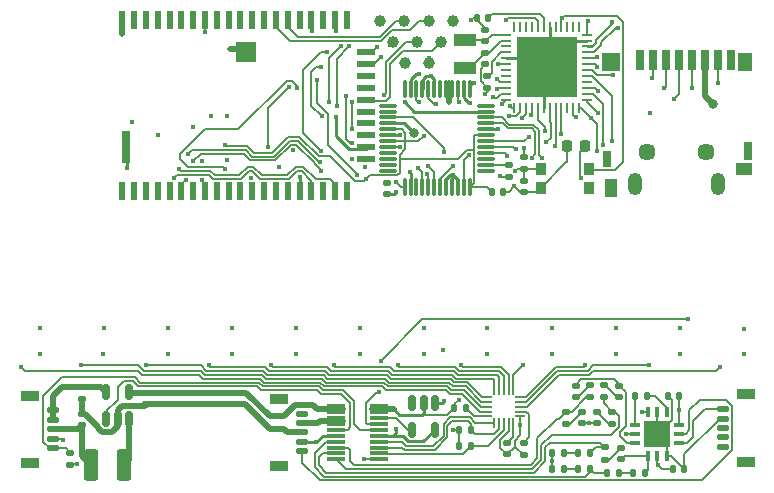
<source format=gbr>
%TF.GenerationSoftware,KiCad,Pcbnew,(6.0.0)*%
%TF.CreationDate,2022-04-23T22:24:28+01:00*%
%TF.ProjectId,main,6d61696e-2e6b-4696-9361-645f70636258,rev?*%
%TF.SameCoordinates,Original*%
%TF.FileFunction,Copper,L1,Top*%
%TF.FilePolarity,Positive*%
%FSLAX46Y46*%
G04 Gerber Fmt 4.6, Leading zero omitted, Abs format (unit mm)*
G04 Created by KiCad (PCBNEW (6.0.0)) date 2022-04-23 22:24:28*
%MOMM*%
%LPD*%
G01*
G04 APERTURE LIST*
G04 Aperture macros list*
%AMRoundRect*
0 Rectangle with rounded corners*
0 $1 Rounding radius*
0 $2 $3 $4 $5 $6 $7 $8 $9 X,Y pos of 4 corners*
0 Add a 4 corners polygon primitive as box body*
4,1,4,$2,$3,$4,$5,$6,$7,$8,$9,$2,$3,0*
0 Add four circle primitives for the rounded corners*
1,1,$1+$1,$2,$3*
1,1,$1+$1,$4,$5*
1,1,$1+$1,$6,$7*
1,1,$1+$1,$8,$9*
0 Add four rect primitives between the rounded corners*
20,1,$1+$1,$2,$3,$4,$5,0*
20,1,$1+$1,$4,$5,$6,$7,0*
20,1,$1+$1,$6,$7,$8,$9,0*
20,1,$1+$1,$8,$9,$2,$3,0*%
%AMFreePoly0*
4,1,14,0.354215,0.088284,0.450784,-0.008285,0.462500,-0.036569,0.462500,-0.060000,0.450784,-0.088284,0.422500,-0.100000,-0.422500,-0.100000,-0.450784,-0.088284,-0.462500,-0.060000,-0.462500,0.060000,-0.450784,0.088284,-0.422500,0.100000,0.325931,0.100000,0.354215,0.088284,0.354215,0.088284,$1*%
%AMFreePoly1*
4,1,14,0.450784,0.088284,0.462500,0.060000,0.462500,0.036569,0.450784,0.008285,0.354215,-0.088284,0.325931,-0.100000,-0.422500,-0.100000,-0.450784,-0.088284,-0.462500,-0.060000,-0.462500,0.060000,-0.450784,0.088284,-0.422500,0.100000,0.422500,0.100000,0.450784,0.088284,0.450784,0.088284,$1*%
%AMFreePoly2*
4,1,14,0.088284,0.450784,0.100000,0.422500,0.100000,-0.422500,0.088284,-0.450784,0.060000,-0.462500,-0.060000,-0.462500,-0.088284,-0.450784,-0.100000,-0.422500,-0.100000,0.325931,-0.088284,0.354215,0.008285,0.450784,0.036569,0.462500,0.060000,0.462500,0.088284,0.450784,0.088284,0.450784,$1*%
%AMFreePoly3*
4,1,14,-0.008285,0.450784,0.088284,0.354215,0.100000,0.325931,0.100000,-0.422500,0.088284,-0.450784,0.060000,-0.462500,-0.060000,-0.462500,-0.088284,-0.450784,-0.100000,-0.422500,-0.100000,0.422500,-0.088284,0.450784,-0.060000,0.462500,-0.036569,0.462500,-0.008285,0.450784,-0.008285,0.450784,$1*%
%AMFreePoly4*
4,1,14,0.450784,0.088284,0.462500,0.060000,0.462500,-0.060000,0.450784,-0.088284,0.422500,-0.100000,-0.325931,-0.100000,-0.354215,-0.088284,-0.450784,0.008285,-0.462500,0.036569,-0.462500,0.060000,-0.450784,0.088284,-0.422500,0.100000,0.422500,0.100000,0.450784,0.088284,0.450784,0.088284,$1*%
%AMFreePoly5*
4,1,14,0.450784,0.088284,0.462500,0.060000,0.462500,-0.060000,0.450784,-0.088284,0.422500,-0.100000,-0.422500,-0.100000,-0.450784,-0.088284,-0.462500,-0.060000,-0.462500,-0.036569,-0.450784,-0.008285,-0.354215,0.088284,-0.325931,0.100000,0.422500,0.100000,0.450784,0.088284,0.450784,0.088284,$1*%
%AMFreePoly6*
4,1,14,0.088284,0.450784,0.100000,0.422500,0.100000,-0.325931,0.088284,-0.354215,-0.008285,-0.450784,-0.036569,-0.462500,-0.060000,-0.462500,-0.088284,-0.450784,-0.100000,-0.422500,-0.100000,0.422500,-0.088284,0.450784,-0.060000,0.462500,0.060000,0.462500,0.088284,0.450784,0.088284,0.450784,$1*%
%AMFreePoly7*
4,1,14,0.088284,0.450784,0.100000,0.422500,0.100000,-0.422500,0.088284,-0.450784,0.060000,-0.462500,0.036569,-0.462500,0.008285,-0.450784,-0.088284,-0.354215,-0.100000,-0.325931,-0.100000,0.422500,-0.088284,0.450784,-0.060000,0.462500,0.060000,0.462500,0.088284,0.450784,0.088284,0.450784,$1*%
G04 Aperture macros list end*
%TA.AperFunction,SMDPad,CuDef*%
%ADD10RoundRect,0.135000X-0.185000X0.135000X-0.185000X-0.135000X0.185000X-0.135000X0.185000X0.135000X0*%
%TD*%
%TA.AperFunction,SMDPad,CuDef*%
%ADD11RoundRect,0.140000X0.170000X-0.140000X0.170000X0.140000X-0.170000X0.140000X-0.170000X-0.140000X0*%
%TD*%
%TA.AperFunction,SMDPad,CuDef*%
%ADD12C,1.000000*%
%TD*%
%TA.AperFunction,SMDPad,CuDef*%
%ADD13RoundRect,0.140000X-0.170000X0.140000X-0.170000X-0.140000X0.170000X-0.140000X0.170000X0.140000X0*%
%TD*%
%TA.AperFunction,SMDPad,CuDef*%
%ADD14RoundRect,0.125000X-0.375000X0.125000X-0.375000X-0.125000X0.375000X-0.125000X0.375000X0.125000X0*%
%TD*%
%TA.AperFunction,SMDPad,CuDef*%
%ADD15RoundRect,0.225000X-0.575000X0.225000X-0.575000X-0.225000X0.575000X-0.225000X0.575000X0.225000X0*%
%TD*%
%TA.AperFunction,SMDPad,CuDef*%
%ADD16RoundRect,0.140000X-0.140000X-0.170000X0.140000X-0.170000X0.140000X0.170000X-0.140000X0.170000X0*%
%TD*%
%TA.AperFunction,SMDPad,CuDef*%
%ADD17R,1.600000X0.300000*%
%TD*%
%TA.AperFunction,SMDPad,CuDef*%
%ADD18RoundRect,0.135000X0.135000X0.185000X-0.135000X0.185000X-0.135000X-0.185000X0.135000X-0.185000X0*%
%TD*%
%TA.AperFunction,SMDPad,CuDef*%
%ADD19R,0.600000X1.500000*%
%TD*%
%TA.AperFunction,SMDPad,CuDef*%
%ADD20R,1.500000X0.600000*%
%TD*%
%TA.AperFunction,SMDPad,CuDef*%
%ADD21R,0.760000X2.790000*%
%TD*%
%TA.AperFunction,SMDPad,CuDef*%
%ADD22R,1.780000X1.780000*%
%TD*%
%TA.AperFunction,SMDPad,CuDef*%
%ADD23R,0.700000X1.750000*%
%TD*%
%TA.AperFunction,SMDPad,CuDef*%
%ADD24R,1.450000X1.000000*%
%TD*%
%TA.AperFunction,SMDPad,CuDef*%
%ADD25R,1.000000X1.550000*%
%TD*%
%TA.AperFunction,SMDPad,CuDef*%
%ADD26R,0.800000X1.400000*%
%TD*%
%TA.AperFunction,SMDPad,CuDef*%
%ADD27R,1.500000X1.500000*%
%TD*%
%TA.AperFunction,SMDPad,CuDef*%
%ADD28R,1.300000X1.500000*%
%TD*%
%TA.AperFunction,SMDPad,CuDef*%
%ADD29R,0.800000X1.500000*%
%TD*%
%TA.AperFunction,SMDPad,CuDef*%
%ADD30RoundRect,0.250000X0.375000X1.075000X-0.375000X1.075000X-0.375000X-1.075000X0.375000X-1.075000X0*%
%TD*%
%TA.AperFunction,SMDPad,CuDef*%
%ADD31RoundRect,0.140000X0.140000X0.170000X-0.140000X0.170000X-0.140000X-0.170000X0.140000X-0.170000X0*%
%TD*%
%TA.AperFunction,SMDPad,CuDef*%
%ADD32R,0.965200X0.304800*%
%TD*%
%TA.AperFunction,SMDPad,CuDef*%
%ADD33R,0.304800X0.965200*%
%TD*%
%TA.AperFunction,SMDPad,CuDef*%
%ADD34R,2.260600X2.260600*%
%TD*%
%TA.AperFunction,SMDPad,CuDef*%
%ADD35R,0.900000X1.000000*%
%TD*%
%TA.AperFunction,SMDPad,CuDef*%
%ADD36RoundRect,0.150000X-0.150000X0.512500X-0.150000X-0.512500X0.150000X-0.512500X0.150000X0.512500X0*%
%TD*%
%TA.AperFunction,SMDPad,CuDef*%
%ADD37RoundRect,0.075000X-0.662500X-0.075000X0.662500X-0.075000X0.662500X0.075000X-0.662500X0.075000X0*%
%TD*%
%TA.AperFunction,SMDPad,CuDef*%
%ADD38RoundRect,0.075000X-0.075000X-0.662500X0.075000X-0.662500X0.075000X0.662500X-0.075000X0.662500X0*%
%TD*%
%TA.AperFunction,SMDPad,CuDef*%
%ADD39FreePoly0,90.000000*%
%TD*%
%TA.AperFunction,SMDPad,CuDef*%
%ADD40RoundRect,0.050000X0.050000X-0.412500X0.050000X0.412500X-0.050000X0.412500X-0.050000X-0.412500X0*%
%TD*%
%TA.AperFunction,SMDPad,CuDef*%
%ADD41FreePoly1,90.000000*%
%TD*%
%TA.AperFunction,SMDPad,CuDef*%
%ADD42FreePoly2,90.000000*%
%TD*%
%TA.AperFunction,SMDPad,CuDef*%
%ADD43RoundRect,0.050000X0.412500X-0.050000X0.412500X0.050000X-0.412500X0.050000X-0.412500X-0.050000X0*%
%TD*%
%TA.AperFunction,SMDPad,CuDef*%
%ADD44FreePoly3,90.000000*%
%TD*%
%TA.AperFunction,SMDPad,CuDef*%
%ADD45FreePoly4,90.000000*%
%TD*%
%TA.AperFunction,SMDPad,CuDef*%
%ADD46FreePoly5,90.000000*%
%TD*%
%TA.AperFunction,SMDPad,CuDef*%
%ADD47FreePoly6,90.000000*%
%TD*%
%TA.AperFunction,SMDPad,CuDef*%
%ADD48FreePoly7,90.000000*%
%TD*%
%TA.AperFunction,SMDPad,CuDef*%
%ADD49R,1.900000X1.100000*%
%TD*%
%TA.AperFunction,SMDPad,CuDef*%
%ADD50RoundRect,0.150000X0.150000X-0.512500X0.150000X0.512500X-0.150000X0.512500X-0.150000X-0.512500X0*%
%TD*%
%TA.AperFunction,SMDPad,CuDef*%
%ADD51RoundRect,0.135000X0.185000X-0.135000X0.185000X0.135000X-0.185000X0.135000X-0.185000X-0.135000X0*%
%TD*%
%TA.AperFunction,SMDPad,CuDef*%
%ADD52RoundRect,0.218750X-0.218750X-0.256250X0.218750X-0.256250X0.218750X0.256250X-0.218750X0.256250X0*%
%TD*%
%TA.AperFunction,SMDPad,CuDef*%
%ADD53RoundRect,0.125000X0.375000X-0.125000X0.375000X0.125000X-0.375000X0.125000X-0.375000X-0.125000X0*%
%TD*%
%TA.AperFunction,SMDPad,CuDef*%
%ADD54RoundRect,0.225000X0.575000X-0.225000X0.575000X0.225000X-0.575000X0.225000X-0.575000X-0.225000X0*%
%TD*%
%TA.AperFunction,SMDPad,CuDef*%
%ADD55RoundRect,0.062500X-0.375000X-0.062500X0.375000X-0.062500X0.375000X0.062500X-0.375000X0.062500X0*%
%TD*%
%TA.AperFunction,SMDPad,CuDef*%
%ADD56RoundRect,0.062500X-0.062500X-0.375000X0.062500X-0.375000X0.062500X0.375000X-0.062500X0.375000X0*%
%TD*%
%TA.AperFunction,SMDPad,CuDef*%
%ADD57R,5.100000X5.100000*%
%TD*%
%TA.AperFunction,ComponentPad*%
%ADD58C,1.450000*%
%TD*%
%TA.AperFunction,ComponentPad*%
%ADD59O,1.200000X1.900000*%
%TD*%
%TA.AperFunction,ViaPad*%
%ADD60C,0.400000*%
%TD*%
%TA.AperFunction,ViaPad*%
%ADD61C,0.800000*%
%TD*%
%TA.AperFunction,Conductor*%
%ADD62C,0.127000*%
%TD*%
%TA.AperFunction,Conductor*%
%ADD63C,0.254000*%
%TD*%
%TA.AperFunction,Conductor*%
%ADD64C,0.508000*%
%TD*%
%TA.AperFunction,Conductor*%
%ADD65C,0.200000*%
%TD*%
G04 APERTURE END LIST*
D10*
%TO.P,R20,1,1*%
%TO.N,+3V3*%
X110075000Y-92315000D03*
%TO.P,R20,2,2*%
%TO.N,/~{RESET}*%
X110075000Y-93335000D03*
%TD*%
%TO.P,R51,1*%
%TO.N,/A3*%
X71700000Y-117390000D03*
%TO.P,R51,2*%
%TO.N,GND*%
X71700000Y-118410000D03*
%TD*%
D11*
%TO.P,C86,1,1*%
%TO.N,Net-(C86-Pad1)*%
X114489588Y-112660000D03*
%TO.P,C86,2,2*%
%TO.N,Net-(C82-Pad2)*%
X114489588Y-111700000D03*
%TD*%
D12*
%TO.P,TP71,1,1*%
%TO.N,+3V3*%
X99000000Y-82600000D03*
%TD*%
%TO.P,TP32,1,1*%
%TO.N,/LED2*%
X100000000Y-84400000D03*
%TD*%
%TO.P,TP30,1,1*%
%TO.N,/PWR(MFB)*%
X103100000Y-82600000D03*
%TD*%
D13*
%TO.P,C76,1,1*%
%TO.N,/AREF*%
X107000000Y-85520000D03*
%TO.P,C76,2,2*%
%TO.N,GND*%
X107000000Y-86480000D03*
%TD*%
%TO.P,C80,1,1*%
%TO.N,Net-(C80-Pad1)*%
X116289588Y-113940000D03*
%TO.P,C80,2,2*%
%TO.N,GNDA*%
X116289588Y-114900000D03*
%TD*%
D12*
%TO.P,TP33,1,1*%
%TO.N,/DN*%
X99966666Y-80800000D03*
%TD*%
D14*
%TO.P,J5,1,Pin_1*%
%TO.N,unconnected-(J5-Pad1)*%
X70220000Y-113800000D03*
%TO.P,J5,2,Pin_2*%
%TO.N,/LED_FB*%
X70220000Y-114600000D03*
%TO.P,J5,3,Pin_3*%
%TO.N,/LED_SW*%
X70220000Y-115400000D03*
%TO.P,J5,4,Pin_4*%
%TO.N,+3V3*%
X70220000Y-116200000D03*
%TO.P,J5,5,Pin_5*%
%TO.N,/A3*%
X70220000Y-117000000D03*
D15*
%TO.P,J5,MP*%
%TO.N,N/C*%
X68300000Y-118250000D03*
X68300000Y-112550000D03*
%TD*%
D13*
%TO.P,C13,1,1*%
%TO.N,Net-(C13-Pad1)*%
X106825000Y-83545000D03*
%TO.P,C13,2,2*%
%TO.N,GND*%
X106825000Y-84505000D03*
%TD*%
D16*
%TO.P,C75,1,1*%
%TO.N,+1V8*%
X107370000Y-95275000D03*
%TO.P,C75,2,2*%
%TO.N,GND*%
X108330000Y-95275000D03*
%TD*%
D12*
%TO.P,TP34,1,1*%
%TO.N,/DP*%
X102033332Y-80800000D03*
%TD*%
%TO.P,TP70,1,1*%
%TO.N,VBUS*%
X104100000Y-80800000D03*
%TD*%
D17*
%TO.P,J11,1,Pin_1*%
%TO.N,/vs1053_LEFT*%
X94200000Y-117950000D03*
%TO.P,J11,2,Pin_2*%
%TO.N,/vs1053_RIGHT*%
X94200000Y-117450000D03*
%TO.P,J11,3,Pin_3*%
%TO.N,/AOHPL*%
X94200000Y-116950000D03*
%TO.P,J11,4,Pin_4*%
%TO.N,/AOHPR*%
X94200000Y-116450000D03*
%TO.P,J11,5,Pin_5*%
%TO.N,GNDA*%
X94200000Y-115950000D03*
%TO.P,J11,6,Pin_6*%
%TO.N,/D7*%
X94200000Y-115450000D03*
%TO.P,J11,7,Pin_7*%
%TO.N,+BATT*%
X94200000Y-114950000D03*
%TO.P,J11,8,Pin_8*%
X94200000Y-114450000D03*
%TO.P,J11,9,Pin_9*%
%TO.N,VBUS*%
X94200000Y-113950000D03*
%TO.P,J11,10,Pin_10*%
X94200000Y-113450000D03*
%TO.P,J11,11,Pin_11*%
%TO.N,+1V8*%
X97800000Y-117950000D03*
%TO.P,J11,12,Pin_12*%
%TO.N,/SDA*%
X97800000Y-117450000D03*
%TO.P,J11,13,Pin_13*%
%TO.N,/SCL*%
X97800000Y-116950000D03*
%TO.P,J11,14,Pin_14*%
%TO.N,/D3*%
X97800000Y-116450000D03*
%TO.P,J11,15,Pin_15*%
%TO.N,+3V3*%
X97800000Y-115950000D03*
%TO.P,J11,16,Pin_16*%
%TO.N,/A3*%
X97800000Y-115450000D03*
%TO.P,J11,17,Pin_17*%
%TO.N,/D2*%
X97800000Y-114950000D03*
%TO.P,J11,18,Pin_18*%
%TO.N,/D11*%
X97800000Y-114450000D03*
%TO.P,J11,19,Pin_19*%
%TO.N,GND*%
X97800000Y-113950000D03*
%TO.P,J11,20,Pin_20*%
X97800000Y-113450000D03*
%TD*%
D10*
%TO.P,R80,1,1*%
%TO.N,/vs1053_LEFT*%
X117589588Y-113910000D03*
%TO.P,R80,2,2*%
%TO.N,Net-(C80-Pad1)*%
X117589588Y-114930000D03*
%TD*%
D18*
%TO.P,R42,1,1*%
%TO.N,/SDA*%
X105620000Y-116800000D03*
%TO.P,R42,2,2*%
%TO.N,+3V3*%
X104600000Y-116800000D03*
%TD*%
D19*
%TO.P,U3,1,DR1*%
%TO.N,/DR1*%
X76100000Y-95250000D03*
%TO.P,U3,2,RFS1*%
%TO.N,/RFS1*%
X77100000Y-95250000D03*
%TO.P,U3,3,SCLK1*%
%TO.N,/SCLK1*%
X78100000Y-95250000D03*
%TO.P,U3,4,DT1*%
%TO.N,/DT1*%
X79100000Y-95250000D03*
%TO.P,U3,5,MCLK1*%
%TO.N,/MCLK1*%
X80100000Y-95250000D03*
%TO.P,U3,6,AOHPR*%
%TO.N,/AOHPR*%
X81100000Y-95250000D03*
%TO.P,U3,7,AOHPM*%
%TO.N,/AOHPM*%
X82100000Y-95250000D03*
%TO.P,U3,8,AOHPL*%
%TO.N,/AOHPL*%
X83100000Y-95250000D03*
%TO.P,U3,9,MICN2*%
%TO.N,/MICN2*%
X84100000Y-95250000D03*
%TO.P,U3,10,MICP2*%
%TO.N,/MICP2*%
X85100000Y-95250000D03*
%TO.P,U3,11,AIR*%
%TO.N,/AIR*%
X86100000Y-95250000D03*
%TO.P,U3,12,AIL*%
%TO.N,/AIL*%
X87100000Y-95250000D03*
%TO.P,U3,13,MICN1*%
%TO.N,/MICN1*%
X88100000Y-95250000D03*
%TO.P,U3,14,MICP1*%
%TO.N,/MICP1*%
X89100000Y-95250000D03*
%TO.P,U3,15,MICBIAS*%
%TO.N,/MICBIAS*%
X90100000Y-95250000D03*
%TO.P,U3,16,GND*%
%TO.N,GND*%
X91100000Y-95250000D03*
%TO.P,U3,17,DMIC1_CLK*%
%TO.N,/DMIC1_CLK*%
X92100000Y-95250000D03*
%TO.P,U3,18,DMIC1_R*%
%TO.N,/DMIC1_R*%
X93100000Y-95250000D03*
%TO.P,U3,19,DMIC1_L*%
%TO.N,/DMIC1_L*%
X94100000Y-95250000D03*
%TO.P,U3,20,P3_2*%
%TO.N,/P3_2*%
X95100000Y-95250000D03*
D20*
%TO.P,U3,21,P2_6*%
%TO.N,/P2_6*%
X96750000Y-92500000D03*
%TO.P,U3,22,ADAP_IN*%
%TO.N,VBUS*%
X96750000Y-91500000D03*
%TO.P,U3,23,BAT_IN*%
%TO.N,/BAT_IN*%
X96750000Y-90500000D03*
%TO.P,U3,24,SYS_PWR*%
%TO.N,/SYS_PWR*%
X96750000Y-89500000D03*
%TO.P,U3,25,VDD_IO*%
%TO.N,/VDD_IO*%
X96750000Y-88500000D03*
%TO.P,U3,26,PWR(MFB)*%
%TO.N,/PWR(MFB)*%
X96750000Y-87500000D03*
%TO.P,U3,27,SK1_AMB_DET*%
%TO.N,/SK1_AMB_DET*%
X96750000Y-86500000D03*
%TO.P,U3,28,SK2_KEY_AD*%
%TO.N,/SK2_KEY_AD*%
X96750000Y-85500000D03*
%TO.P,U3,29,P8_6/UART_RXD*%
%TO.N,/BM83_UART_RX*%
X96750000Y-84500000D03*
%TO.P,U3,30,P8_5/UART_TXD*%
%TO.N,/BM83_UART_TX*%
X96750000Y-83500000D03*
D19*
%TO.P,U3,31,P3_4/UART_RTS*%
%TO.N,/P3_4*%
X95100000Y-80750000D03*
%TO.P,U3,32,LED1*%
%TO.N,/LED1*%
X94100000Y-80750000D03*
%TO.P,U3,33,P0_2*%
%TO.N,/P0_2*%
X93100000Y-80750000D03*
%TO.P,U3,34,LED2*%
%TO.N,/LED2*%
X92100000Y-80750000D03*
%TO.P,U3,35,P0_6*%
%TO.N,/P0_6*%
X91100000Y-80750000D03*
%TO.P,U3,36,DM*%
%TO.N,/DN*%
X90100000Y-80750000D03*
%TO.P,U3,37,DP*%
%TO.N,/DP*%
X89100000Y-80750000D03*
%TO.P,U3,38,P0_3*%
%TO.N,/P0_3*%
X88100000Y-80750000D03*
%TO.P,U3,39,P2_7*%
%TO.N,/P2_7*%
X87100000Y-80750000D03*
%TO.P,U3,40,P0_5*%
%TO.N,/P0_5*%
X86100000Y-80750000D03*
%TO.P,U3,41,P1_6/PWM1*%
%TO.N,/P1_6*%
X85100000Y-80750000D03*
%TO.P,U3,42,P2_3*%
%TO.N,/P2_3*%
X84100000Y-80750000D03*
%TO.P,U3,43,RST_N*%
%TO.N,/~{RESET}*%
X83100000Y-80750000D03*
%TO.P,U3,44,P0_1*%
%TO.N,/P0_1*%
X82100000Y-80750000D03*
%TO.P,U3,45,P0_7*%
%TO.N,/P0_7*%
X81100000Y-80750000D03*
%TO.P,U3,46,P1_2/TDI_CPU/SDL*%
%TO.N,/P1_2*%
X80100000Y-80750000D03*
%TO.P,U3,47,P1_3/TCK_CPU/SDA*%
%TO.N,/P1_3*%
X79100000Y-80750000D03*
%TO.P,U3,48,P3_7/UART_CTS*%
%TO.N,/P3_7*%
X78100000Y-80750000D03*
%TO.P,U3,49,P0_0/UART_TX_IND*%
%TO.N,/P0_0*%
X77100000Y-80750000D03*
D21*
%TO.P,U3,50,GND*%
%TO.N,GND*%
X76420000Y-91540000D03*
D19*
X76100000Y-80750000D03*
D22*
X86530000Y-83480000D03*
%TD*%
D23*
%TO.P,CN20,1,DAT2*%
%TO.N,unconnected-(CN20-Pad1)*%
X119905000Y-84150000D03*
%TO.P,CN20,2,CS*%
%TO.N,/D5*%
X121005000Y-84150000D03*
%TO.P,CN20,3,DATA_IN*%
%TO.N,/MOSI*%
X122105000Y-84150000D03*
%TO.P,CN20,4,SD_VDD*%
%TO.N,+3.3VA*%
X123205000Y-84150000D03*
%TO.P,CN20,5,SCLK*%
%TO.N,/SCLK*%
X124305000Y-84150000D03*
%TO.P,CN20,6,GND@3*%
%TO.N,GND*%
X125405000Y-84150000D03*
%TO.P,CN20,7,DATA_OUT*%
%TO.N,/MISO*%
X126505000Y-84150000D03*
%TO.P,CN20,8,DAT1*%
%TO.N,unconnected-(CN20-Pad8)*%
X127605000Y-84150000D03*
D24*
%TO.P,CN20,9*%
%TO.N,N/C*%
X128730000Y-93375000D03*
D25*
%TO.P,CN20,10*%
X117505000Y-94950000D03*
D26*
%TO.P,CN20,11*%
X117105000Y-92525000D03*
D27*
X117455000Y-84275000D03*
D28*
X128805000Y-84275000D03*
D29*
X129055000Y-91875000D03*
%TD*%
D18*
%TO.P,R41,1,1*%
%TO.N,/SCL*%
X105620000Y-115500000D03*
%TO.P,R41,2,2*%
%TO.N,+3V3*%
X104600000Y-115500000D03*
%TD*%
D30*
%TO.P,L50,1,1*%
%TO.N,Net-(L50-Pad1)*%
X76225000Y-118400000D03*
%TO.P,L50,2,2*%
%TO.N,/LED_SW*%
X73425000Y-118400000D03*
%TD*%
D31*
%TO.P,C85,1,1*%
%TO.N,Net-(C85-Pad1)*%
X113475000Y-118750000D03*
%TO.P,C85,2,2*%
%TO.N,GNDA*%
X112515000Y-118750000D03*
%TD*%
D11*
%TO.P,C83,1,1*%
%TO.N,Net-(C83-Pad1)*%
X118305000Y-117930000D03*
%TO.P,C83,2,2*%
%TO.N,Net-(C83-Pad2)*%
X118305000Y-116970000D03*
%TD*%
D10*
%TO.P,R21,1,1*%
%TO.N,Net-(R21-Pad1)*%
X108800000Y-92990000D03*
%TO.P,R21,2,2*%
%TO.N,+3.3VA*%
X108800000Y-94010000D03*
%TD*%
D14*
%TO.P,J80,1,Pin_1*%
%TO.N,unconnected-(J80-Pad1)*%
X91315724Y-114070000D03*
%TO.P,J80,2,Pin_2*%
%TO.N,+BATT*%
X91315724Y-114870000D03*
%TO.P,J80,3,Pin_3*%
%TO.N,GND*%
X91315724Y-115670000D03*
%TO.P,J80,4,Pin_4*%
%TO.N,GNDA*%
X91315724Y-116470000D03*
%TO.P,J80,5,Pin_5*%
%TO.N,/L_OUT*%
X91315724Y-117270000D03*
D15*
%TO.P,J80,MP*%
%TO.N,N/C*%
X89395724Y-118520000D03*
X89395724Y-112820000D03*
%TD*%
D10*
%TO.P,R82,1,1*%
%TO.N,Net-(C82-Pad1)*%
X116889588Y-111670000D03*
%TO.P,R82,2,2*%
%TO.N,/vs1053_LEFT*%
X116889588Y-112690000D03*
%TD*%
D12*
%TO.P,TP31,1,1*%
%TO.N,/LED1*%
X102100000Y-84400000D03*
%TD*%
D18*
%TO.P,R87,1,1*%
%TO.N,Net-(C87-Pad1)*%
X118155000Y-119100000D03*
%TO.P,R87,2,2*%
%TO.N,/AOHPR*%
X117135000Y-119100000D03*
%TD*%
D32*
%TO.P,U8,1,C1N*%
%TO.N,Net-(C88-Pad1)*%
X119522688Y-114999999D03*
%TO.P,U8,2,PVSS*%
%TO.N,Net-(C89-Pad1)*%
X119522688Y-115800000D03*
%TO.P,U8,3,INL*%
%TO.N,Net-(C82-Pad2)*%
X119522688Y-116600001D03*
D33*
%TO.P,U8,4,INR*%
%TO.N,Net-(C83-Pad1)*%
X120589587Y-117666900D03*
%TO.P,U8,5,VSS*%
%TO.N,Net-(C89-Pad1)*%
X121389588Y-117666900D03*
%TO.P,U8,6,SGND*%
%TO.N,GNDA*%
X122189589Y-117666900D03*
D32*
%TO.P,U8,7,OUTR*%
%TO.N,/R_OUT*%
X123256488Y-116600001D03*
%TO.P,U8,8,OUTL*%
%TO.N,/L_OUT*%
X123256488Y-115800000D03*
%TO.P,U8,9,VDD*%
%TO.N,+1V8*%
X123256488Y-114999999D03*
D33*
%TO.P,U8,10,C1P*%
%TO.N,Net-(C88-Pad2)*%
X122189589Y-113933100D03*
%TO.P,U8,11,PGND*%
%TO.N,GNDA*%
X121389588Y-113933100D03*
%TO.P,U8,12,~{SHDN}*%
%TO.N,+1V8*%
X120589587Y-113933100D03*
D34*
%TO.P,U8,13,EP*%
%TO.N,GNDA*%
X121389588Y-115800000D03*
%TD*%
D35*
%TO.P,SW1,1,P*%
%TO.N,/~{RESET}*%
X111550000Y-93350000D03*
X115650000Y-93350000D03*
%TO.P,SW1,2,S*%
%TO.N,GND*%
X115650000Y-94950000D03*
X111550000Y-94950000D03*
%TD*%
D31*
%TO.P,C10,1,1*%
%TO.N,Net-(C10-Pad1)*%
X107080000Y-80575000D03*
%TO.P,C10,2,2*%
%TO.N,GND*%
X106120000Y-80575000D03*
%TD*%
D36*
%TO.P,U6,1,OUT*%
%TO.N,/RGB_VDD*%
X102550000Y-113162500D03*
%TO.P,U6,2,GND*%
%TO.N,GND*%
X101600000Y-113162500D03*
%TO.P,U6,3,~{FLG}*%
%TO.N,unconnected-(U6-Pad3)*%
X100650000Y-113162500D03*
%TO.P,U6,4,EN*%
%TO.N,/D11*%
X100650000Y-115437500D03*
%TO.P,U6,5,IN*%
%TO.N,+3V3*%
X102550000Y-115437500D03*
%TD*%
D13*
%TO.P,C30,1,1*%
%TO.N,VBUS*%
X98500000Y-94520000D03*
%TO.P,C30,2,2*%
%TO.N,GND*%
X98500000Y-95480000D03*
%TD*%
D10*
%TO.P,R84,1,1*%
%TO.N,/AOHPL*%
X113689588Y-113910000D03*
%TO.P,R84,2,2*%
%TO.N,Net-(C84-Pad1)*%
X113689588Y-114930000D03*
%TD*%
D37*
%TO.P,U2,1,MIC_P/LINEIN*%
%TO.N,unconnected-(U2-Pad1)*%
X98587500Y-88000000D03*
%TO.P,U2,2,MIC_N*%
%TO.N,unconnected-(U2-Pad2)*%
X98587500Y-88500000D03*
%TO.P,U2,3,XRESET*%
%TO.N,/~{RESET}*%
X98587500Y-89000000D03*
%TO.P,U2,4,DGND@0*%
%TO.N,GND*%
X98587500Y-89500000D03*
%TO.P,U2,5,CVDD@0*%
%TO.N,+1V8*%
X98587500Y-90000000D03*
%TO.P,U2,6,IOVDD@0*%
%TO.N,+3.3VA*%
X98587500Y-90500000D03*
%TO.P,U2,7,CVDD@1*%
%TO.N,+1V8*%
X98587500Y-91000000D03*
%TO.P,U2,8,DREQ*%
%TO.N,/D9*%
X98587500Y-91500000D03*
%TO.P,U2,9,GPIO2/DCLK*%
%TO.N,unconnected-(U2-Pad9)*%
X98587500Y-92000000D03*
%TO.P,U2,10,GPIO3/SDATA*%
%TO.N,unconnected-(U2-Pad10)*%
X98587500Y-92500000D03*
%TO.P,U2,11,GPIO6/I2S_SCLK*%
%TO.N,unconnected-(U2-Pad11)*%
X98587500Y-93000000D03*
%TO.P,U2,12,GPIO7/I2S_SDATA*%
%TO.N,unconnected-(U2-Pad12)*%
X98587500Y-93500000D03*
D38*
%TO.P,U2,13,XDCS/BSYNC*%
%TO.N,/D10*%
X100000000Y-94912500D03*
%TO.P,U2,14,IOVDD@1*%
%TO.N,+3.3VA*%
X100500000Y-94912500D03*
%TO.P,U2,15,VCO*%
%TO.N,/CLKOUT*%
X101000000Y-94912500D03*
%TO.P,U2,16,DGND@1*%
%TO.N,GND*%
X101500000Y-94912500D03*
%TO.P,U2,17,XTALOUT*%
%TO.N,Net-(C22-Pad1)*%
X102000000Y-94912500D03*
%TO.P,U2,18,XTALIN*%
%TO.N,Net-(C23-Pad1)*%
X102500000Y-94912500D03*
%TO.P,U2,19,IOVDD@2*%
%TO.N,+3.3VA*%
X103000000Y-94912500D03*
%TO.P,U2,20,DGND@2*%
%TO.N,GND*%
X103500000Y-94912500D03*
%TO.P,U2,21,DGND@3*%
X104000000Y-94912500D03*
%TO.P,U2,22,DGND@4*%
X104500000Y-94912500D03*
%TO.P,U2,23,XCS*%
%TO.N,/D6*%
X105000000Y-94912500D03*
%TO.P,U2,24,CVDD@2*%
%TO.N,+1V8*%
X105500000Y-94912500D03*
D37*
%TO.P,U2,25,GPIO5/I2S_MCLK*%
%TO.N,unconnected-(U2-Pad25)*%
X106912500Y-93500000D03*
%TO.P,U2,26,RX*%
%TO.N,Net-(R21-Pad1)*%
X106912500Y-93000000D03*
%TO.P,U2,27,TX*%
%TO.N,unconnected-(U2-Pad27)*%
X106912500Y-92500000D03*
%TO.P,U2,28,SCLK*%
%TO.N,/SCLK*%
X106912500Y-92000000D03*
%TO.P,U2,29,SI*%
%TO.N,/MOSI*%
X106912500Y-91500000D03*
%TO.P,U2,30,SO*%
%TO.N,/MISO*%
X106912500Y-91000000D03*
%TO.P,U2,31,CVDD@3*%
%TO.N,+1V8*%
X106912500Y-90500000D03*
%TO.P,U2,32,XTEST*%
%TO.N,+3.3VA*%
X106912500Y-90000000D03*
%TO.P,U2,33,GPIO0*%
%TO.N,/GPIO0*%
X106912500Y-89500000D03*
%TO.P,U2,34,GPIO1*%
%TO.N,/GPIO1*%
X106912500Y-89000000D03*
%TO.P,U2,35,GND*%
%TO.N,GND*%
X106912500Y-88500000D03*
%TO.P,U2,36,GPIO4/I2S_LROUT*%
%TO.N,unconnected-(U2-Pad36)*%
X106912500Y-88000000D03*
D38*
%TO.P,U2,37,AGND@0*%
%TO.N,GNDA*%
X105500000Y-86587500D03*
%TO.P,U2,38,AVDD@0*%
%TO.N,VDDA*%
X105000000Y-86587500D03*
%TO.P,U2,39,RIGHT*%
%TO.N,/vs1053_RIGHT*%
X104500000Y-86587500D03*
%TO.P,U2,40,AGND@1*%
%TO.N,GNDA*%
X104000000Y-86587500D03*
%TO.P,U2,41,AGND@2*%
X103500000Y-86587500D03*
%TO.P,U2,42,GBUF*%
%TO.N,unconnected-(U2-Pad42)*%
X103000000Y-86587500D03*
%TO.P,U2,43,AVDD@1*%
%TO.N,VDDA*%
X102500000Y-86587500D03*
%TO.P,U2,44,RCAP*%
%TO.N,Net-(C20-Pad1)*%
X102000000Y-86587500D03*
%TO.P,U2,45,AVDD@2*%
%TO.N,VDDA*%
X101500000Y-86587500D03*
%TO.P,U2,46,LEFT*%
%TO.N,/vs1053_LEFT*%
X101000000Y-86587500D03*
%TO.P,U2,47,AGND@3*%
%TO.N,GNDA*%
X100500000Y-86587500D03*
%TO.P,U2,48,LINE2*%
%TO.N,unconnected-(U2-Pad48)*%
X100000000Y-86587500D03*
%TD*%
D18*
%TO.P,R81,1,1*%
%TO.N,/vs1053_RIGHT*%
X115705000Y-117400000D03*
%TO.P,R81,2,2*%
%TO.N,Net-(C81-Pad1)*%
X114685000Y-117400000D03*
%TD*%
D39*
%TO.P,U4,1,#IRQ*%
%TO.N,/D3*%
X107600000Y-114887500D03*
D40*
%TO.P,U4,2,SCL*%
%TO.N,/SCL*%
X108000000Y-114887500D03*
%TO.P,U4,3,SDA*%
%TO.N,/SDA*%
X108400000Y-114887500D03*
%TO.P,U4,4,ADDR*%
%TO.N,GND*%
X108800000Y-114887500D03*
D41*
%TO.P,U4,5,VREG*%
%TO.N,Net-(C41-Pad1)*%
X109200000Y-114887500D03*
D42*
%TO.P,U4,6,VSS*%
%TO.N,GND*%
X109787500Y-114300000D03*
D43*
%TO.P,U4,7,REXT*%
%TO.N,Net-(R40-Pad2)*%
X109787500Y-113900000D03*
%TO.P,U4,8,ELE0*%
%TO.N,/ELEC0*%
X109787500Y-113500000D03*
%TO.P,U4,9,ELE1*%
%TO.N,/ELEC1*%
X109787500Y-113100000D03*
D44*
%TO.P,U4,10,ELE2*%
%TO.N,/ELEC2*%
X109787500Y-112700000D03*
D45*
%TO.P,U4,11,ELE3*%
%TO.N,/ELEC3*%
X109200000Y-112112500D03*
D40*
%TO.P,U4,12,ELE4/LED0*%
%TO.N,/ELEC4*%
X108800000Y-112112500D03*
%TO.P,U4,13,ELE5/LED1*%
%TO.N,/ELEC5*%
X108400000Y-112112500D03*
%TO.P,U4,14,ELE6/LED2*%
%TO.N,/ELEC6*%
X108000000Y-112112500D03*
D46*
%TO.P,U4,15,ELE7/LED3*%
%TO.N,/ELEC7*%
X107600000Y-112112500D03*
D47*
%TO.P,U4,16,ELE8/LED4*%
%TO.N,/ELEC8*%
X107012500Y-112700000D03*
D43*
%TO.P,U4,17,ELE9/LED5*%
%TO.N,/ELEC9*%
X107012500Y-113100000D03*
%TO.P,U4,18,ELE10/LED6*%
%TO.N,/ELEC10*%
X107012500Y-113500000D03*
%TO.P,U4,19,ELE11/LED7*%
%TO.N,/ELEC11*%
X107012500Y-113900000D03*
D48*
%TO.P,U4,20,VDD*%
%TO.N,+3V3*%
X107012500Y-114300000D03*
%TD*%
D49*
%TO.P,X10,P$1,P$1*%
%TO.N,Net-(C12-Pad1)*%
X105100000Y-82400000D03*
%TO.P,X10,P$2,P$2*%
%TO.N,Net-(C13-Pad1)*%
X105100000Y-84800000D03*
%TD*%
D12*
%TO.P,TP73,1,1*%
%TO.N,GND*%
X97900000Y-80800000D03*
%TD*%
D16*
%TO.P,C89,1,1*%
%TO.N,Net-(C89-Pad1)*%
X122725000Y-118800000D03*
%TO.P,C89,2,2*%
%TO.N,GNDA*%
X123685000Y-118800000D03*
%TD*%
D31*
%TO.P,C40,1,1*%
%TO.N,+3V3*%
X105180000Y-113600000D03*
%TO.P,C40,2,2*%
%TO.N,GND*%
X104220000Y-113600000D03*
%TD*%
D50*
%TO.P,U5,1,EN*%
%TO.N,/D7*%
X74750000Y-114537500D03*
%TO.P,U5,2,GND*%
%TO.N,GND*%
X75700000Y-114537500D03*
%TO.P,U5,3,SW*%
%TO.N,Net-(L50-Pad1)*%
X76650000Y-114537500D03*
%TO.P,U5,4,VIN*%
%TO.N,VBUS*%
X76650000Y-112262500D03*
%TO.P,U5,5,FB*%
%TO.N,/LED_FB*%
X74750000Y-112262500D03*
%TD*%
D11*
%TO.P,C12,1,1*%
%TO.N,Net-(C12-Pad1)*%
X106825000Y-82530000D03*
%TO.P,C12,2,2*%
%TO.N,GND*%
X106825000Y-81570000D03*
%TD*%
D51*
%TO.P,R83,1,1*%
%TO.N,Net-(C83-Pad2)*%
X116955000Y-117960000D03*
%TO.P,R83,2,2*%
%TO.N,/vs1053_RIGHT*%
X116955000Y-116940000D03*
%TD*%
%TO.P,R40,1,1*%
%TO.N,GND*%
X110065000Y-117565000D03*
%TO.P,R40,2,2*%
%TO.N,Net-(R40-Pad2)*%
X110065000Y-116545000D03*
%TD*%
D11*
%TO.P,C50,1,1*%
%TO.N,/LED_SW*%
X72700000Y-115080000D03*
%TO.P,C50,2,2*%
%TO.N,GND*%
X72700000Y-114120000D03*
%TD*%
D10*
%TO.P,R50,1*%
%TO.N,/LED_FB*%
X72700000Y-111790000D03*
%TO.P,R50,2*%
%TO.N,GND*%
X72700000Y-112810000D03*
%TD*%
D13*
%TO.P,C21,1,1*%
%TO.N,/~{RESET}*%
X110075000Y-94370000D03*
%TO.P,C21,2,2*%
%TO.N,GND*%
X110075000Y-95330000D03*
%TD*%
D52*
%TO.P,D10,1,C*%
%TO.N,GND*%
X113712500Y-91425000D03*
%TO.P,D10,2,A*%
%TO.N,Net-(D10-Pad2)*%
X115287500Y-91425000D03*
%TD*%
D11*
%TO.P,C82,1,1*%
%TO.N,Net-(C82-Pad1)*%
X118189588Y-112660000D03*
%TO.P,C82,2,2*%
%TO.N,Net-(C82-Pad2)*%
X118189588Y-111700000D03*
%TD*%
D31*
%TO.P,C810,1,1*%
%TO.N,+1V8*%
X123269588Y-112600000D03*
%TO.P,C810,2,2*%
%TO.N,GNDA*%
X122309588Y-112600000D03*
%TD*%
D16*
%TO.P,C88,1,1*%
%TO.N,Net-(C88-Pad1)*%
X119542688Y-112600000D03*
%TO.P,C88,2,2*%
%TO.N,Net-(C88-Pad2)*%
X120502688Y-112600000D03*
%TD*%
D12*
%TO.P,TP72,1,1*%
%TO.N,+1V8*%
X101050000Y-82600000D03*
%TD*%
D11*
%TO.P,C51,1,1*%
%TO.N,GND*%
X78100000Y-113280000D03*
%TO.P,C51,2,2*%
%TO.N,VBUS*%
X78100000Y-112320000D03*
%TD*%
D13*
%TO.P,C84,1,1*%
%TO.N,Net-(C84-Pad1)*%
X114989588Y-113940000D03*
%TO.P,C84,2,2*%
%TO.N,GNDA*%
X114989588Y-114900000D03*
%TD*%
D31*
%TO.P,C81,1,1*%
%TO.N,Net-(C81-Pad1)*%
X113475000Y-117400000D03*
%TO.P,C81,2,2*%
%TO.N,GNDA*%
X112515000Y-117400000D03*
%TD*%
D13*
%TO.P,C41,1,1*%
%TO.N,Net-(C41-Pad1)*%
X108665000Y-116575000D03*
%TO.P,C41,2,2*%
%TO.N,GND*%
X108665000Y-117535000D03*
%TD*%
D53*
%TO.P,J81,1,Pin_1*%
%TO.N,unconnected-(J81-Pad1)*%
X126970000Y-116890000D03*
%TO.P,J81,2,Pin_2*%
%TO.N,unconnected-(J81-Pad2)*%
X126970000Y-116090000D03*
%TO.P,J81,3,Pin_3*%
%TO.N,unconnected-(J81-Pad3)*%
X126970000Y-115290000D03*
%TO.P,J81,4,Pin_4*%
%TO.N,GNDA*%
X126970000Y-114490000D03*
%TO.P,J81,5,Pin_5*%
%TO.N,/R_OUT*%
X126970000Y-113690000D03*
D54*
%TO.P,J81,MP*%
%TO.N,N/C*%
X128890000Y-118140000D03*
X128890000Y-112440000D03*
%TD*%
D16*
%TO.P,C87,1,1*%
%TO.N,Net-(C87-Pad1)*%
X119375000Y-119100000D03*
%TO.P,C87,2,2*%
%TO.N,Net-(C83-Pad1)*%
X120335000Y-119100000D03*
%TD*%
D10*
%TO.P,R86,1,1*%
%TO.N,Net-(C86-Pad1)*%
X115689588Y-111670000D03*
%TO.P,R86,2,2*%
%TO.N,/AOHPL*%
X115689588Y-112690000D03*
%TD*%
D55*
%TO.P,U1,1,PA00/EINT0/SERCOM1.0*%
%TO.N,Net-(C12-Pad1)*%
X108587500Y-81987500D03*
%TO.P,U1,2,PA01/EINT1/SERCOM1.1*%
%TO.N,Net-(C13-Pad1)*%
X108587500Y-82487500D03*
%TO.P,U1,3,PA02/EINT2/AIN0/Y0/VOUT*%
%TO.N,/A0*%
X108587500Y-82987500D03*
%TO.P,U1,4,PA03/EINT3/VREFA/AIN1*%
%TO.N,/AREF*%
X108587500Y-83487500D03*
%TO.P,U1,5,GNDA*%
%TO.N,GND*%
X108587500Y-83987500D03*
%TO.P,U1,6,VDDA*%
%TO.N,+3V3*%
X108587500Y-84487500D03*
%TO.P,U1,7,PB08/I8/AIN2/SERCOM4.0*%
%TO.N,/A1*%
X108587500Y-84987500D03*
%TO.P,U1,8,PB09/I9/AIN3/SERCOM4.1*%
%TO.N,/A2*%
X108587500Y-85487500D03*
%TO.P,U1,9,PA04/EINT4/VREFB/AIN4/SERCOM0.0*%
%TO.N,/A3*%
X108587500Y-85987500D03*
%TO.P,U1,10,PA05/EINT5/AIN5/SERCOM0.1*%
%TO.N,/A4*%
X108587500Y-86487500D03*
%TO.P,U1,11,PA06/EINT6/AIN6/SERCOM0.2*%
%TO.N,/CHRG_STAT*%
X108587500Y-86987500D03*
%TO.P,U1,12,PA07/I7/AIN7/SERCOM0.3/I2SD0*%
%TO.N,/D9*%
X108587500Y-87487500D03*
D56*
%TO.P,U1,13,PA08/I2C/AIN16/SERCOM0+2.0/I2SD1*%
%TO.N,/D4*%
X109275000Y-88175000D03*
%TO.P,U1,14,PA09/I2C/I9/AIN17/SERCOM0+2.1/I2SMC*%
%TO.N,/D3*%
X109775000Y-88175000D03*
%TO.P,U1,15,PA10/I10/AIN18/SERCOM0+2.2/I2SCK*%
%TO.N,/BM83_UART_RX*%
X110275000Y-88175000D03*
%TO.P,U1,16,PA11/I11/AIN19/SERCOM0+2.3/I2SF0*%
%TO.N,/BM83_UART_TX*%
X110775000Y-88175000D03*
%TO.P,U1,17,VDDIO*%
%TO.N,+3V3*%
X111275000Y-88175000D03*
%TO.P,U1,18,GND*%
%TO.N,GND*%
X111775000Y-88175000D03*
%TO.P,U1,19,PB10/I10/SERCOM4.2/I2SMC*%
%TO.N,/MOSI*%
X112275000Y-88175000D03*
%TO.P,U1,20,PB11/I11/SERCOM4.3/I2SCL*%
%TO.N,/SCLK*%
X112775000Y-88175000D03*
%TO.P,U1,21,PA12/I12/I2C/SERCOM2+4.0*%
%TO.N,/MISO*%
X113275000Y-88175000D03*
%TO.P,U1,22,PA13/I13/I2C/SERCOM2+4.1*%
%TO.N,unconnected-(U1-Pad22)*%
X113775000Y-88175000D03*
%TO.P,U1,23,PA14/I14/SERCOM2+4.2*%
%TO.N,/D2*%
X114275000Y-88175000D03*
%TO.P,U1,24,PA15/I15/SERCOM3+4.3*%
%TO.N,/D5*%
X114775000Y-88175000D03*
D55*
%TO.P,U1,25,PA16/I2C/I0/SERCOM1+3.0*%
%TO.N,/D11*%
X115462500Y-87487500D03*
%TO.P,U1,26,PA17/I2C/I1/SERCOM1+3.1*%
%TO.N,/D13*%
X115462500Y-86987500D03*
%TO.P,U1,27,PA18/I2/SERCOM1+3.2*%
%TO.N,/D10*%
X115462500Y-86487500D03*
%TO.P,U1,28,PA19/I3/SERCOM1+3.3/I2SD0*%
%TO.N,/D12*%
X115462500Y-85987500D03*
%TO.P,U1,29,PA20/I4/SERCOM3+5.2/I2SSC*%
%TO.N,/D6*%
X115462500Y-85487500D03*
%TO.P,U1,30,PA21/I5/SERCOM3+5.3/I2SFS0*%
%TO.N,/D7*%
X115462500Y-84987500D03*
%TO.P,U1,31,PA22/I2C/I6/SERCOM3+5.0*%
%TO.N,/SDA*%
X115462500Y-84487500D03*
%TO.P,U1,32,PA23/I2C/I7/SERCOM3+5.1/SOF*%
%TO.N,/SCL*%
X115462500Y-83987500D03*
%TO.P,U1,33,PA24/I12/SERCOM3+5.2/D-*%
%TO.N,/D-*%
X115462500Y-83487500D03*
%TO.P,U1,34,PA25/I13/SERCOM3+5.3/D+*%
%TO.N,/D+*%
X115462500Y-82987500D03*
%TO.P,U1,35,GND*%
%TO.N,GND*%
X115462500Y-82487500D03*
%TO.P,U1,36,VDDIO*%
%TO.N,+3V3*%
X115462500Y-81987500D03*
D56*
%TO.P,U1,37,PB22/I6/SERCOM5.2*%
%TO.N,unconnected-(U1-Pad37)*%
X114775000Y-81300000D03*
%TO.P,U1,38,PB23/I7/SERCOM5.3*%
%TO.N,unconnected-(U1-Pad38)*%
X114275000Y-81300000D03*
%TO.P,U1,39,PA27/I15*%
%TO.N,unconnected-(U1-Pad39)*%
X113775000Y-81300000D03*
%TO.P,U1,40,/RESET*%
%TO.N,/~{RESET}*%
X113275000Y-81300000D03*
%TO.P,U1,41,PA28/I8*%
%TO.N,unconnected-(U1-Pad41)*%
X112775000Y-81300000D03*
%TO.P,U1,42,GND*%
%TO.N,GND*%
X112275000Y-81300000D03*
%TO.P,U1,43,VDDCORE*%
%TO.N,Net-(C10-Pad1)*%
X111775000Y-81300000D03*
%TO.P,U1,44,VDDIN*%
%TO.N,+3V3*%
X111275000Y-81300000D03*
%TO.P,U1,45,PA30/I10/SECOM1.2/SWCLK*%
%TO.N,/SWCLK*%
X110775000Y-81300000D03*
%TO.P,U1,46,PA31/I11/SECOM1.3/SWDIO*%
%TO.N,/SWDIO*%
X110275000Y-81300000D03*
%TO.P,U1,47,PB02/I2/AIN10/SERCOM5.0*%
%TO.N,/A5*%
X109775000Y-81300000D03*
%TO.P,U1,48,PB03/I3/AIN11/SERCOM5.1*%
%TO.N,unconnected-(U1-Pad48)*%
X109275000Y-81300000D03*
D57*
%TO.P,U1,49,GND*%
%TO.N,GND*%
X112025000Y-84737500D03*
%TD*%
D18*
%TO.P,R85,1,1*%
%TO.N,/AOHPR*%
X115715000Y-118750000D03*
%TO.P,R85,2,2*%
%TO.N,Net-(C85-Pad1)*%
X114695000Y-118750000D03*
%TD*%
D58*
%TO.P,CN70,6,GND*%
%TO.N,GND*%
X120500000Y-91900000D03*
D59*
X119500000Y-94600000D03*
D58*
X125500000Y-91900000D03*
D59*
X126500000Y-94600000D03*
%TD*%
D60*
%TO.N,GND*%
X79132003Y-90500000D03*
X101089163Y-93302621D03*
X80000000Y-106848509D03*
X123305924Y-106837000D03*
X105600000Y-80763000D03*
X96200000Y-109000000D03*
X69100000Y-109000000D03*
X76100000Y-81900000D03*
X85000000Y-92600000D03*
X110300000Y-86500000D03*
X107000000Y-109000000D03*
X104100000Y-93900000D03*
X72700000Y-113400000D03*
X69100000Y-106798509D03*
X128700000Y-106900000D03*
X76450000Y-93300000D03*
X85000000Y-88900000D03*
X91100000Y-94000000D03*
X100000000Y-87724500D03*
X113781250Y-82981250D03*
X96200000Y-106848509D03*
X120800000Y-88600000D03*
X107000317Y-106848509D03*
X101602462Y-106848509D03*
X106800000Y-87037011D03*
X101600000Y-109000000D03*
D61*
X100752637Y-90330920D03*
D60*
X128700000Y-109000000D03*
X110300000Y-83000000D03*
X99100000Y-113700000D03*
X109800000Y-115000000D03*
X109240000Y-94830000D03*
X85407793Y-106848509D03*
X82100000Y-89800000D03*
X72300000Y-118300000D03*
X104600000Y-112900000D03*
X74500000Y-109000000D03*
X123300000Y-109000000D03*
X113800000Y-86500000D03*
X117907471Y-106848509D03*
X85200000Y-83200000D03*
X97900000Y-80800000D03*
X80000000Y-109000000D03*
X117900000Y-109000000D03*
X85400000Y-109000000D03*
D61*
X126100000Y-87900000D03*
D60*
X112500000Y-106848509D03*
X90584423Y-91759073D03*
X99300000Y-95300000D03*
X90800000Y-109000000D03*
X89800000Y-115400000D03*
X90800000Y-106848509D03*
X76100000Y-113400000D03*
X112500000Y-109000000D03*
X74502781Y-106798509D03*
%TO.N,Net-(C20-Pad1)*%
X102645499Y-87839545D03*
%TO.N,GNDA*%
X122189588Y-115000000D03*
X115609588Y-114900000D03*
X112515000Y-118090000D03*
X103750000Y-87725000D03*
X120589588Y-116600000D03*
X95527595Y-92493646D03*
X92500000Y-116500000D03*
X120589588Y-115000000D03*
X105900000Y-86073989D03*
X101219399Y-85317553D03*
X122189588Y-116600000D03*
%TO.N,/~{RESET}*%
X83100000Y-81800000D03*
X113300000Y-80600000D03*
X109365892Y-93500017D03*
X103322740Y-91964840D03*
%TO.N,Net-(C22-Pad1)*%
X101900000Y-93800000D03*
%TO.N,Net-(C23-Pad1)*%
X101967561Y-93084032D03*
%TO.N,+3.3VA*%
X86980500Y-94100498D03*
X122785880Y-87463000D03*
X104100000Y-93100000D03*
X99600000Y-90500000D03*
X107900000Y-90000000D03*
X100419666Y-93619666D03*
X108100000Y-93973989D03*
%TO.N,+3V3*%
X111900000Y-90159700D03*
X98800000Y-82906060D03*
X110100000Y-91548711D03*
X71100000Y-116300000D03*
X99300000Y-115400000D03*
X76950000Y-89400000D03*
X107925000Y-84500000D03*
X89400000Y-93200000D03*
X108600000Y-80763000D03*
X82800000Y-92700000D03*
X104100000Y-115500000D03*
X83600000Y-88900000D03*
X96663104Y-93199565D03*
X115500000Y-80831011D03*
%TO.N,VDDA*%
X105500000Y-87800000D03*
X102226162Y-85475221D03*
%TO.N,VBUS*%
X104125000Y-80800000D03*
X94220000Y-88960000D03*
%TO.N,+1V8*%
X96600000Y-117957440D03*
X120122688Y-113900000D03*
X101600000Y-90530920D03*
X98254369Y-87090849D03*
X123256488Y-113766900D03*
X84800000Y-91310480D03*
X96710000Y-94230000D03*
%TO.N,/RGB_VDD*%
X103262500Y-108700000D03*
X103300000Y-113000000D03*
%TO.N,/MISO*%
X110500931Y-90622700D03*
X113238000Y-90437000D03*
X126505000Y-86095000D03*
%TO.N,/SCLK*%
X124300000Y-86536480D03*
X108701608Y-92231489D03*
X112700000Y-91400000D03*
%TO.N,/MOSI*%
X109400931Y-91700931D03*
X122000000Y-86536480D03*
X112000000Y-91100000D03*
%TO.N,/D5*%
X116259517Y-91859517D03*
X120977967Y-85634958D03*
X115810862Y-89073480D03*
%TO.N,/D13*%
X116816826Y-91305571D03*
%TO.N,/GPIO1*%
X111600000Y-92400000D03*
%TO.N,/D6*%
X105437000Y-92200498D03*
X117529621Y-90979051D03*
%TO.N,/GPIO0*%
X110794500Y-92400000D03*
%TO.N,/SCL*%
X116303119Y-83906021D03*
%TO.N,/SDA*%
X116300000Y-84700000D03*
%TO.N,/D2*%
X94238503Y-88033989D03*
X124000000Y-106100000D03*
X98000000Y-109600000D03*
X114500000Y-89000000D03*
X97854890Y-112232091D03*
X95300000Y-82956604D03*
%TO.N,/CHRG_STAT*%
X92600000Y-85800000D03*
X95973500Y-93900000D03*
X107495210Y-87295210D03*
%TO.N,/A4*%
X90200000Y-86400000D03*
X88400500Y-91520949D03*
X107800000Y-86600000D03*
%TO.N,/vs1053_RIGHT*%
X95021962Y-87145007D03*
X104582417Y-87713502D03*
X95524234Y-91140347D03*
%TO.N,/vs1053_LEFT*%
X95584287Y-89963046D03*
X101219594Y-87718396D03*
X95500000Y-87700000D03*
%TO.N,/AOHPR*%
X81454173Y-94299989D03*
X81675919Y-92112023D03*
X92834598Y-92734598D03*
%TO.N,/AOHPL*%
X82100000Y-92720949D03*
X92900000Y-93500000D03*
X82800000Y-94300000D03*
%TO.N,/LED1*%
X94175000Y-81704084D03*
X102100000Y-84000000D03*
%TO.N,/LED2*%
X100000000Y-84400000D03*
X92150000Y-81704084D03*
%TO.N,/D9*%
X108200000Y-87900000D03*
X99600000Y-91500000D03*
%TO.N,/D4*%
X84800000Y-93400000D03*
X90900000Y-86500000D03*
X108900000Y-88012000D03*
%TO.N,/D3*%
X108826011Y-88900000D03*
%TO.N,/BM83_UART_RX*%
X109958987Y-89043649D03*
X98000000Y-83877880D03*
%TO.N,/BM83_UART_TX*%
X110726967Y-88828112D03*
X97700000Y-83000000D03*
%TO.N,/D11*%
X94600000Y-82956604D03*
X116353826Y-88600000D03*
X93569077Y-87716831D03*
%TO.N,/D10*%
X99290500Y-94500000D03*
X116400000Y-86800000D03*
%TO.N,/D7*%
X93461279Y-83440543D03*
X92900000Y-91808587D03*
X117600000Y-85424502D03*
%TO.N,/D-*%
X118033623Y-81407894D03*
%TO.N,/D+*%
X117538647Y-80912918D03*
%TO.N,/DMIC1_CLK*%
X80468494Y-94100000D03*
%TO.N,/DMIC1_L*%
X80931494Y-93373989D03*
%TO.N,/ELEC0*%
X126700000Y-110100000D03*
%TO.N,/ELEC1*%
X120700000Y-110000000D03*
%TO.N,/ELEC2*%
X115300000Y-110000000D03*
%TO.N,/ELEC3*%
X110000000Y-110000000D03*
%TO.N,/ELEC4*%
X104808276Y-109991724D03*
%TO.N,/ELEC5*%
X99400000Y-110000000D03*
%TO.N,/ELEC6*%
X94000000Y-110000000D03*
%TO.N,/ELEC7*%
X88700000Y-110000000D03*
%TO.N,/ELEC8*%
X83400000Y-110000000D03*
%TO.N,/ELEC9*%
X78100000Y-110000000D03*
%TO.N,/ELEC10*%
X72600000Y-110000000D03*
%TO.N,/ELEC11*%
X67500000Y-110100000D03*
%TO.N,Net-(C89-Pad1)*%
X121422688Y-118400000D03*
X118722688Y-115800000D03*
%TO.N,Net-(D10-Pad2)*%
X114936180Y-94150000D03*
%TO.N,/A3*%
X93000000Y-88900000D03*
X92900000Y-84700000D03*
X107778315Y-85707885D03*
%TD*%
D62*
%TO.N,Net-(C10-Pad1)*%
X107391980Y-80263020D02*
X107080000Y-80575000D01*
X111135874Y-80263020D02*
X107391980Y-80263020D01*
X111775000Y-81300000D02*
X111775000Y-80575000D01*
X111775000Y-80575000D02*
X111463020Y-80263020D01*
X111463020Y-80263020D02*
X111063020Y-80263020D01*
%TO.N,GND*%
X105788000Y-80575000D02*
X105600000Y-80763000D01*
D63*
X103848540Y-93900000D02*
X104100000Y-93900000D01*
D62*
X71810000Y-118300000D02*
X71700000Y-118410000D01*
D64*
X89800000Y-115400000D02*
X90070000Y-115670000D01*
D63*
X115462500Y-82487500D02*
X114275000Y-82487500D01*
D64*
X86530000Y-83230000D02*
X85230000Y-83230000D01*
X76100000Y-80500000D02*
X76100000Y-81900000D01*
D63*
X99551520Y-114151520D02*
X99100000Y-113700000D01*
D62*
X106120000Y-80745000D02*
X106450000Y-81075000D01*
X101436989Y-94849489D02*
X101436989Y-93650447D01*
D63*
X103500000Y-94248540D02*
X103848540Y-93900000D01*
X76450000Y-91320000D02*
X76420000Y-91290000D01*
D64*
X90070000Y-115670000D02*
X91315724Y-115670000D01*
D62*
X108800000Y-115560044D02*
X108800000Y-114887500D01*
X101496960Y-114200000D02*
X103620000Y-114200000D01*
D64*
X72700000Y-114100000D02*
X72700000Y-113400000D01*
D62*
X107075000Y-86480000D02*
X107075000Y-86762011D01*
X106426980Y-84903020D02*
X106426980Y-85906980D01*
X108091980Y-116961980D02*
X108091980Y-116268064D01*
D64*
X76100000Y-113400000D02*
X77980000Y-113400000D01*
D62*
X110075000Y-95330000D02*
X109740000Y-95330000D01*
D63*
X98587500Y-89500000D02*
X99921717Y-89500000D01*
D64*
X125405000Y-85405000D02*
X125405000Y-87205000D01*
D63*
X104500000Y-94912500D02*
X104500000Y-94300000D01*
D62*
X111550000Y-94950000D02*
X113700000Y-92800000D01*
D63*
X104500000Y-94300000D02*
X104100000Y-93900000D01*
D64*
X73996480Y-115196480D02*
X73996480Y-115299986D01*
D62*
X109335000Y-116865000D02*
X109335000Y-116366770D01*
D63*
X104000000Y-94912500D02*
X104000000Y-94000000D01*
D62*
X101448480Y-114151520D02*
X101496960Y-114200000D01*
X108091980Y-116268064D02*
X108800000Y-115560044D01*
D63*
X111775000Y-88175000D02*
X111775000Y-84987500D01*
X103500000Y-94912500D02*
X103500000Y-94248540D01*
D64*
X74350014Y-115653520D02*
X75203502Y-115653520D01*
X85230000Y-83230000D02*
X85200000Y-83200000D01*
X75203502Y-115653520D02*
X75700000Y-115157022D01*
X86480000Y-113280000D02*
X88600000Y-115400000D01*
D62*
X113712500Y-92787500D02*
X113712500Y-91425000D01*
D64*
X72700000Y-114120000D02*
X72700000Y-114100000D01*
X72700000Y-113400000D02*
X72700000Y-112810000D01*
D62*
X108665000Y-117535000D02*
X108091980Y-116961980D01*
D63*
X91100000Y-95500000D02*
X91100000Y-94000000D01*
D64*
X75700000Y-115157022D02*
X75700000Y-114537500D01*
D63*
X114275000Y-82487500D02*
X113781250Y-82981250D01*
D64*
X88600000Y-115400000D02*
X89800000Y-115400000D01*
D63*
X98500000Y-95480000D02*
X99120000Y-95480000D01*
X99921717Y-89500000D02*
X100752637Y-90330920D01*
D64*
X125405000Y-87205000D02*
X126100000Y-87900000D01*
D62*
X109740000Y-95330000D02*
X109240000Y-94830000D01*
X109800000Y-115000000D02*
X109800000Y-114312500D01*
D64*
X77980000Y-113400000D02*
X78100000Y-113280000D01*
D62*
X109800000Y-115901770D02*
X109800000Y-115000000D01*
X107075000Y-86762011D02*
X106800000Y-87037011D01*
D63*
X113781250Y-82981250D02*
X112025000Y-84737500D01*
X101448480Y-114151520D02*
X99551520Y-114151520D01*
X112275000Y-81300000D02*
X112275000Y-84487500D01*
X104000000Y-94000000D02*
X104100000Y-93900000D01*
D62*
X101436989Y-93650447D02*
X101089163Y-93302621D01*
D63*
X101600000Y-114000000D02*
X101600000Y-113162500D01*
D62*
X103620000Y-114200000D02*
X104220000Y-113600000D01*
D63*
X108587500Y-83987500D02*
X111275000Y-83987500D01*
D62*
X106120000Y-80575000D02*
X106120000Y-80745000D01*
D63*
X112275000Y-84487500D02*
X112025000Y-84737500D01*
D62*
X110065000Y-117565000D02*
X109365000Y-116865000D01*
D63*
X99120000Y-95480000D02*
X99300000Y-95300000D01*
X76450000Y-93300000D02*
X76450000Y-91320000D01*
D62*
X104220000Y-113600000D02*
X104220000Y-113280000D01*
X111170000Y-95330000D02*
X111550000Y-94950000D01*
X108330000Y-95275000D02*
X108795000Y-95275000D01*
X101500000Y-94912500D02*
X101436989Y-94849489D01*
D63*
X102583557Y-88500000D02*
X100775500Y-88500000D01*
D64*
X72700000Y-114120000D02*
X72920000Y-114120000D01*
D62*
X109800000Y-114312500D02*
X109787500Y-114300000D01*
X106825000Y-81450000D02*
X106450000Y-81075000D01*
D63*
X111775000Y-84987500D02*
X112025000Y-84737500D01*
X102583557Y-88500000D02*
X106912500Y-88500000D01*
X101600000Y-114000000D02*
X101448480Y-114151520D01*
D62*
X107075000Y-86480000D02*
X106980000Y-86480000D01*
X113700000Y-92800000D02*
X113712500Y-92787500D01*
D64*
X78100000Y-113280000D02*
X86480000Y-113280000D01*
X73996480Y-115299986D02*
X74350014Y-115653520D01*
D62*
X106825000Y-81570000D02*
X106825000Y-81450000D01*
D64*
X75700000Y-113800000D02*
X76100000Y-113400000D01*
D62*
X108795000Y-95275000D02*
X109240000Y-94830000D01*
D63*
X100775500Y-88500000D02*
X100000000Y-87724500D01*
D62*
X110075000Y-95330000D02*
X111170000Y-95330000D01*
D64*
X75700000Y-114537500D02*
X75700000Y-113800000D01*
D62*
X72300000Y-118300000D02*
X71810000Y-118300000D01*
X109335000Y-116865000D02*
X108665000Y-117535000D01*
X106120000Y-80575000D02*
X105788000Y-80575000D01*
D64*
X99100000Y-113700000D02*
X97254009Y-113700000D01*
X125405000Y-84150000D02*
X125405000Y-85405000D01*
X72920000Y-114120000D02*
X73996480Y-115196480D01*
D63*
X111275000Y-83987500D02*
X112025000Y-84737500D01*
D62*
X106825000Y-84505000D02*
X106426980Y-84903020D01*
X106426980Y-85906980D02*
X107000000Y-86480000D01*
X104220000Y-113280000D02*
X104600000Y-112900000D01*
X109335000Y-116366770D02*
X109800000Y-115901770D01*
%TO.N,Net-(C12-Pad1)*%
X106695000Y-82400000D02*
X105100000Y-82400000D01*
X107367500Y-81987500D02*
X106825000Y-82530000D01*
X108587500Y-81987500D02*
X107367500Y-81987500D01*
X106825000Y-82530000D02*
X106695000Y-82400000D01*
%TO.N,Net-(C13-Pad1)*%
X106825000Y-83545000D02*
X107130000Y-83545000D01*
X108187500Y-82487500D02*
X108587500Y-82487500D01*
X107130000Y-83545000D02*
X108187500Y-82487500D01*
X105570000Y-84800000D02*
X106825000Y-83545000D01*
X105100000Y-84800000D02*
X105570000Y-84800000D01*
%TO.N,Net-(C20-Pad1)*%
X102000000Y-87381994D02*
X102457551Y-87839545D01*
X102457551Y-87839545D02*
X102645499Y-87839545D01*
X102000000Y-87381994D02*
X102000000Y-86587500D01*
%TO.N,GNDA*%
X121389588Y-113933100D02*
X121389588Y-115800000D01*
D63*
X92500000Y-116500000D02*
X91345724Y-116500000D01*
X91345724Y-116500000D02*
X91315724Y-116470000D01*
D62*
X122605000Y-112895412D02*
X122605000Y-114584588D01*
X122189589Y-117666900D02*
X122551900Y-117666900D01*
D63*
X100500000Y-85782165D02*
X100964612Y-85317553D01*
D62*
X122189588Y-116600000D02*
X121389588Y-115800000D01*
X112515000Y-118090000D02*
X112515000Y-117400000D01*
X122189589Y-117666900D02*
X122189589Y-116600001D01*
D63*
X100964612Y-85317553D02*
X101219399Y-85317553D01*
D62*
X126970000Y-114490000D02*
X126721257Y-114490000D01*
D63*
X100500000Y-86587500D02*
X100500000Y-85782165D01*
D62*
X122605000Y-114584588D02*
X122189588Y-115000000D01*
X105500000Y-86587500D02*
X105500000Y-86473989D01*
D63*
X94200000Y-115950000D02*
X93050000Y-115950000D01*
D62*
X115609588Y-114900000D02*
X116289588Y-114900000D01*
X122189589Y-116600001D02*
X122189588Y-116600000D01*
X105500000Y-86473989D02*
X105900000Y-86073989D01*
X114989588Y-114900000D02*
X115609588Y-114900000D01*
D63*
X93050000Y-115950000D02*
X92500000Y-116500000D01*
D62*
X122309588Y-112600000D02*
X122605000Y-112895412D01*
X126721257Y-114490000D02*
X123685000Y-117526257D01*
X122551900Y-117666900D02*
X123685000Y-118800000D01*
D64*
X103750000Y-87725000D02*
X103750000Y-86075000D01*
D62*
X112515000Y-118750000D02*
X112515000Y-118090000D01*
X123685000Y-117526257D02*
X123685000Y-118800000D01*
%TO.N,/~{RESET}*%
X118496634Y-92759388D02*
X117768011Y-93488011D01*
X117768011Y-93488011D02*
X115788011Y-93488011D01*
X109530909Y-93335000D02*
X109365892Y-93500017D01*
X113531989Y-80368011D02*
X117968011Y-80368011D01*
X113275000Y-80625000D02*
X113300000Y-80600000D01*
X115788011Y-93488011D02*
X115650000Y-93350000D01*
X110075000Y-94370000D02*
X110075000Y-93335000D01*
X110075000Y-93335000D02*
X110090000Y-93350000D01*
X113300000Y-80600000D02*
X113531989Y-80368011D01*
X103322740Y-91964840D02*
X103322740Y-91598862D01*
X118496634Y-80896634D02*
X118496634Y-92759388D01*
X117968011Y-80368011D02*
X118496634Y-80896634D01*
X103322740Y-91598862D02*
X100723878Y-89000000D01*
X100723878Y-89000000D02*
X98587500Y-89000000D01*
X113275000Y-81300000D02*
X113275000Y-80625000D01*
X110090000Y-93350000D02*
X111550000Y-93350000D01*
X83100000Y-80500000D02*
X83100000Y-81800000D01*
X110075000Y-93335000D02*
X109530909Y-93335000D01*
%TO.N,Net-(C22-Pad1)*%
X102000000Y-94912500D02*
X102000000Y-93900000D01*
X102000000Y-93900000D02*
X101900000Y-93800000D01*
%TO.N,Net-(C23-Pad1)*%
X102500000Y-93616471D02*
X101967561Y-93084032D01*
X102500000Y-94912500D02*
X102500000Y-93616471D01*
%TO.N,+3.3VA*%
X123205000Y-84150000D02*
X123205000Y-87043880D01*
X108136011Y-94010000D02*
X108100000Y-93973989D01*
X103000000Y-94196968D02*
X104096968Y-93100000D01*
D63*
X100500000Y-93700000D02*
X100419666Y-93619666D01*
X98587500Y-90500000D02*
X99600000Y-90500000D01*
X107900000Y-90000000D02*
X106912500Y-90000000D01*
D62*
X104096968Y-93100000D02*
X104100000Y-93100000D01*
X108800000Y-94010000D02*
X108136011Y-94010000D01*
X103000000Y-94912500D02*
X103000000Y-94196968D01*
X123205000Y-87043880D02*
X122785880Y-87463000D01*
D63*
X100500000Y-94912500D02*
X100500000Y-93700000D01*
D62*
%TO.N,+3V3*%
X71000000Y-116200000D02*
X71100000Y-116300000D01*
X109000520Y-80599480D02*
X108922085Y-80599480D01*
D63*
X97800000Y-115950000D02*
X99050000Y-115950000D01*
X99050000Y-115950000D02*
X99300000Y-115700000D01*
D62*
X115462500Y-80868511D02*
X115500000Y-80831011D01*
X111275000Y-89175000D02*
X111900000Y-89800000D01*
X110075000Y-92315000D02*
X110075000Y-91573711D01*
X107937500Y-84487500D02*
X107925000Y-84500000D01*
X111275000Y-81300000D02*
X111275000Y-80875000D01*
X108587500Y-84487500D02*
X107937500Y-84487500D01*
X70210000Y-116200000D02*
X71000000Y-116200000D01*
X115462500Y-81987500D02*
X115462500Y-80868511D01*
X108922085Y-80599480D02*
X108900520Y-80599480D01*
X107012500Y-114300000D02*
X105880000Y-114300000D01*
X108763520Y-80599480D02*
X108600000Y-80763000D01*
D63*
X99300000Y-115700000D02*
X99300000Y-115400000D01*
X99050000Y-115950000D02*
X99826099Y-115950000D01*
D62*
X104600000Y-115500000D02*
X104100000Y-115500000D01*
X104600000Y-115500000D02*
X104600000Y-116800000D01*
D63*
X101560980Y-116426520D02*
X102550000Y-115437500D01*
X99826099Y-115950000D02*
X100302619Y-116426520D01*
D62*
X99000000Y-82600000D02*
X99000000Y-82706060D01*
X111275000Y-80875000D02*
X110999480Y-80599480D01*
X105880000Y-114300000D02*
X105180000Y-113600000D01*
X99000000Y-82706060D02*
X98800000Y-82906060D01*
D63*
X100302619Y-116426520D02*
X101560980Y-116426520D01*
D62*
X110075000Y-91573711D02*
X110100000Y-91548711D01*
X110999480Y-80599480D02*
X109000520Y-80599480D01*
X111900000Y-89800000D02*
X111900000Y-90159700D01*
X108900520Y-80599480D02*
X108763520Y-80599480D01*
X111275000Y-88175000D02*
X111275000Y-89175000D01*
%TO.N,Net-(C41-Pad1)*%
X109200000Y-116040000D02*
X109200000Y-114887500D01*
X108665000Y-116575000D02*
X109200000Y-116040000D01*
D64*
%TO.N,/LED_SW*%
X72700000Y-115080000D02*
X72380000Y-115400000D01*
X72700000Y-115080000D02*
X72700000Y-117675000D01*
X72700000Y-117675000D02*
X73425000Y-118400000D01*
X72380000Y-115400000D02*
X70210000Y-115400000D01*
D63*
%TO.N,VDDA*%
X101523480Y-85758685D02*
X101782165Y-85500000D01*
X102217835Y-85500000D02*
X102217835Y-85483548D01*
X102217835Y-85483548D02*
X102226162Y-85475221D01*
X101512500Y-86587500D02*
X101523480Y-86576520D01*
X105407165Y-87800000D02*
X105000000Y-87392835D01*
X101523480Y-86576520D02*
X101523480Y-85758685D01*
X101500000Y-86587500D02*
X101512500Y-86587500D01*
X102217835Y-85500000D02*
X102500000Y-85782165D01*
X101782165Y-85500000D02*
X102217835Y-85500000D01*
X102500000Y-85782165D02*
X102500000Y-86587500D01*
X105000000Y-87392835D02*
X105000000Y-86587500D01*
X105500000Y-87800000D02*
X105407165Y-87800000D01*
%TO.N,VBUS*%
X96833142Y-91666858D02*
X95256858Y-91666858D01*
X94170000Y-89010000D02*
X94220000Y-88960000D01*
D64*
X86606152Y-112320000D02*
X88586152Y-114300000D01*
D63*
X95256858Y-91666858D02*
X94170000Y-90580000D01*
D64*
X92220000Y-113340000D02*
X92590000Y-113710000D01*
X88586152Y-114300000D02*
X89767574Y-114300000D01*
D63*
X94170000Y-90580000D02*
X94170000Y-89010000D01*
D64*
X76707500Y-112320000D02*
X78100000Y-112320000D01*
X92220000Y-113340000D02*
X90727574Y-113340000D01*
X92590000Y-113710000D02*
X94770000Y-113710000D01*
X76650000Y-112262500D02*
X76707500Y-112320000D01*
X90727574Y-113340000D02*
X89767574Y-114300000D01*
X78100000Y-112320000D02*
X86606152Y-112320000D01*
D62*
%TO.N,+1V8*%
X84936480Y-91446960D02*
X86670498Y-91446960D01*
X96607440Y-117950000D02*
X96600000Y-117957440D01*
X123256488Y-113766900D02*
X123256488Y-112613100D01*
X99588020Y-92488020D02*
X104494680Y-92488020D01*
X101050000Y-82600000D02*
X100100000Y-82600000D01*
X97026980Y-93913020D02*
X96710000Y-94230000D01*
X101136989Y-90993931D02*
X101600000Y-90530920D01*
X86670498Y-91446960D02*
X87207499Y-91983960D01*
X100000000Y-91000000D02*
X100063011Y-91063011D01*
X104494680Y-92488020D02*
X105245213Y-91737487D01*
X93690289Y-92271587D02*
X95818702Y-94400000D01*
X87207499Y-91983960D02*
X88781200Y-91983960D01*
X93690278Y-92271598D02*
X93690289Y-92271587D01*
X120155788Y-113933100D02*
X120122688Y-113900000D01*
X100063011Y-90936989D02*
X100063011Y-91063011D01*
X99390012Y-93913020D02*
X97026980Y-93913020D01*
X105500000Y-94912500D02*
X105900000Y-94512500D01*
X100063011Y-91691787D02*
X99588020Y-92166778D01*
X96540000Y-94400000D02*
X96710000Y-94230000D01*
X123256488Y-114999999D02*
X123256488Y-113766900D01*
X99754798Y-90000000D02*
X100063011Y-90308213D01*
X106912500Y-90500000D02*
X105900000Y-90500000D01*
X91079635Y-90643022D02*
X92708213Y-92271598D01*
X107007500Y-94912500D02*
X107370000Y-95275000D01*
X88781200Y-91983960D02*
X90122138Y-90643022D01*
X99588020Y-92488020D02*
X99588020Y-92166778D01*
X105837487Y-91737487D02*
X105900000Y-91800000D01*
X84800000Y-91310480D02*
X84936480Y-91446960D01*
X100119953Y-90993931D02*
X101136989Y-90993931D01*
X100063011Y-90308213D02*
X100063011Y-90936989D01*
X90122138Y-90643022D02*
X91079635Y-90643022D01*
X98400000Y-86945218D02*
X98254369Y-87090849D01*
X98587500Y-90000000D02*
X99754798Y-90000000D01*
X99390012Y-93913020D02*
X99588020Y-93715012D01*
X120589587Y-113933100D02*
X120155788Y-113933100D01*
X98587500Y-91000000D02*
X100000000Y-91000000D01*
X100063011Y-90936989D02*
X100119953Y-90993931D01*
X105500000Y-94912500D02*
X107007500Y-94912500D01*
X100100000Y-82600000D02*
X98400000Y-84300000D01*
X105900000Y-91800000D02*
X105900000Y-90500000D01*
X105900000Y-94512500D02*
X105900000Y-91800000D01*
X95818702Y-94400000D02*
X96540000Y-94400000D01*
X97800000Y-117950000D02*
X96607440Y-117950000D01*
X100063011Y-91063011D02*
X100063011Y-91691787D01*
X92708213Y-92271598D02*
X93690278Y-92271598D01*
X99588020Y-93715012D02*
X99588020Y-92488020D01*
X105245213Y-91737487D02*
X105837487Y-91737487D01*
X98400000Y-84300000D02*
X98400000Y-86945218D01*
%TO.N,/AREF*%
X107398020Y-84279126D02*
X108189646Y-83487500D01*
X108189646Y-83487500D02*
X108587500Y-83487500D01*
X107398020Y-85196980D02*
X107398020Y-84279126D01*
X107075000Y-85520000D02*
X107398020Y-85196980D01*
D64*
%TO.N,+BATT*%
X92800000Y-114700000D02*
X92630000Y-114870000D01*
X92630000Y-114870000D02*
X91315724Y-114870000D01*
X92800000Y-114700000D02*
X94800000Y-114700000D01*
D62*
%TO.N,Net-(C80-Pad1)*%
X117279588Y-114930000D02*
X116289588Y-113940000D01*
X117589588Y-114930000D02*
X117279588Y-114930000D01*
%TO.N,Net-(C81-Pad1)*%
X113475000Y-117400000D02*
X114685000Y-117400000D01*
%TO.N,Net-(C82-Pad2)*%
X114389588Y-111700000D02*
X114952608Y-111136980D01*
X118259677Y-115991787D02*
X118867891Y-116600001D01*
X117726568Y-111136980D02*
X118289588Y-111700000D01*
X118762608Y-115105282D02*
X118259677Y-115608213D01*
X118189588Y-111700000D02*
X118762608Y-112273020D01*
X114952608Y-111136980D02*
X117726568Y-111136980D01*
X118867891Y-116600001D02*
X119522688Y-116600001D01*
X118762608Y-112273020D02*
X118762608Y-115105282D01*
X118259677Y-115608213D02*
X118259677Y-115991787D01*
D63*
%TO.N,/RGB_VDD*%
X103137500Y-113162500D02*
X103300000Y-113000000D01*
X102550000Y-113162500D02*
X103137500Y-113162500D01*
D62*
%TO.N,/MISO*%
X110123631Y-91000000D02*
X110500931Y-90622700D01*
X126505000Y-84150000D02*
X126505000Y-86095000D01*
X106912500Y-91000000D02*
X110123631Y-91000000D01*
X113275000Y-88175000D02*
X113275000Y-90400000D01*
X113275000Y-90400000D02*
X113238000Y-90437000D01*
%TO.N,/SCLK*%
X124305000Y-86531480D02*
X124305000Y-84150000D01*
X112775000Y-91325000D02*
X112775000Y-88175000D01*
X112700000Y-91400000D02*
X112775000Y-91325000D01*
X106912500Y-92000000D02*
X108470119Y-92000000D01*
X124300000Y-86536480D02*
X124305000Y-86531480D01*
X108470119Y-92000000D02*
X108701608Y-92231489D01*
%TO.N,/MOSI*%
X106912500Y-91500000D02*
X109200000Y-91500000D01*
X109200000Y-91500000D02*
X109400931Y-91700931D01*
X122105000Y-86431480D02*
X122000000Y-86536480D01*
X112275000Y-89375000D02*
X112400000Y-89500000D01*
X112400000Y-90700000D02*
X112400000Y-89500000D01*
X112000000Y-91100000D02*
X112400000Y-90700000D01*
X112275000Y-88175000D02*
X112275000Y-89375000D01*
X122105000Y-84150000D02*
X122105000Y-86431480D01*
%TO.N,/D5*%
X121005000Y-85607925D02*
X121005000Y-84150000D01*
X114775000Y-88175000D02*
X114912382Y-88175000D01*
X114912382Y-88175000D02*
X115810862Y-89073480D01*
X120977967Y-85634958D02*
X121005000Y-85607925D01*
X116259517Y-89522135D02*
X116259517Y-91859517D01*
X115810862Y-89073480D02*
X116259517Y-89522135D01*
%TO.N,/D13*%
X116816826Y-87871624D02*
X116816826Y-91305571D01*
X115462500Y-86987500D02*
X115932702Y-86987500D01*
X115932702Y-86987500D02*
X116816826Y-87871624D01*
%TO.N,/GPIO1*%
X111400000Y-90100000D02*
X110900000Y-89600000D01*
X108871213Y-89600000D02*
X110900000Y-89600000D01*
X108871213Y-89600000D02*
X108271213Y-89000000D01*
X111400000Y-92200000D02*
X111600000Y-92400000D01*
X108271213Y-89000000D02*
X106912500Y-89000000D01*
X111400000Y-90100000D02*
X111400000Y-92200000D01*
%TO.N,/D6*%
X105000000Y-92637000D02*
X105000498Y-92637000D01*
X105000000Y-94912500D02*
X105000000Y-92637000D01*
X105000498Y-92637000D02*
X105437000Y-92200498D01*
X117529621Y-90979051D02*
X117529621Y-87229621D01*
X117529621Y-87156767D02*
X117529621Y-87229621D01*
X115462500Y-85487500D02*
X115860354Y-85487500D01*
X115860354Y-85487500D02*
X117529621Y-87156767D01*
%TO.N,/GPIO0*%
X110800000Y-92395700D02*
X111073480Y-92122220D01*
X111073480Y-90235250D02*
X110764750Y-89926520D01*
X111073480Y-92122220D02*
X111073480Y-90235250D01*
X110764750Y-89926520D02*
X108735964Y-89926520D01*
X110800000Y-92400000D02*
X110800000Y-92395700D01*
X108735964Y-89926520D02*
X108309443Y-89500000D01*
X108309443Y-89500000D02*
X106912500Y-89500000D01*
X110794500Y-92400000D02*
X110800000Y-92400000D01*
%TO.N,Net-(R21-Pad1)*%
X106922500Y-92990000D02*
X106912500Y-93000000D01*
X108800000Y-92990000D02*
X106922500Y-92990000D01*
%TO.N,Net-(R40-Pad2)*%
X110298534Y-113900000D02*
X109787500Y-113900000D01*
X110513020Y-114114486D02*
X110298534Y-113900000D01*
X110065000Y-116545000D02*
X110513020Y-116096980D01*
X110513020Y-116096980D02*
X110513020Y-114114486D01*
%TO.N,/SCL*%
X107598534Y-115800000D02*
X105920000Y-115800000D01*
X108000000Y-114887500D02*
X108000000Y-115398534D01*
X102552807Y-117143060D02*
X103626520Y-116069348D01*
X103626520Y-115117020D02*
X104017020Y-114726520D01*
X115462500Y-83987500D02*
X116221640Y-83987500D01*
X99812757Y-116950000D02*
X100005817Y-117143060D01*
X100005817Y-117143060D02*
X102552807Y-117143060D01*
X97800000Y-116950000D02*
X99812757Y-116950000D01*
X105920000Y-115800000D02*
X105620000Y-115500000D01*
X104017020Y-114726520D02*
X105364750Y-114726520D01*
X108000000Y-115398534D02*
X107598534Y-115800000D01*
X105620000Y-114981770D02*
X105620000Y-115500000D01*
X103626520Y-116069348D02*
X103626520Y-115117020D01*
X105364750Y-114726520D02*
X105620000Y-114981770D01*
X116221640Y-83987500D02*
X116303119Y-83906021D01*
%TO.N,/SDA*%
X105620000Y-116800000D02*
X107066637Y-116800000D01*
X116087500Y-84487500D02*
X116300000Y-84700000D01*
X107066637Y-116800000D02*
X108400000Y-115466637D01*
X97819580Y-117469580D02*
X104950420Y-117469580D01*
X104950420Y-117469580D02*
X105620000Y-116800000D01*
X115462500Y-84487500D02*
X116087500Y-84487500D01*
X108400000Y-115466637D02*
X108400000Y-114887500D01*
X97800000Y-117450000D02*
X97819580Y-117469580D01*
D64*
%TO.N,/LED_FB*%
X70210000Y-112590000D02*
X71010000Y-111790000D01*
X70210000Y-114600000D02*
X70210000Y-112590000D01*
X71010000Y-111790000D02*
X72700000Y-111790000D01*
X74750000Y-112262500D02*
X74277500Y-111790000D01*
X74277500Y-111790000D02*
X72700000Y-111790000D01*
D62*
%TO.N,/D2*%
X95300000Y-82956604D02*
X94238503Y-84018101D01*
X114275000Y-88775000D02*
X114500000Y-89000000D01*
X97667909Y-112232091D02*
X97854890Y-112232091D01*
X94238503Y-84018101D02*
X94238503Y-88033989D01*
X96736989Y-113163011D02*
X97100000Y-112800000D01*
X96823978Y-114950000D02*
X96736989Y-114863011D01*
X101500000Y-106100000D02*
X98000000Y-109600000D01*
X97800000Y-114950000D02*
X96823978Y-114950000D01*
X96736989Y-114863011D02*
X96736989Y-113163011D01*
X124000000Y-106100000D02*
X101500000Y-106100000D01*
X114275000Y-88175000D02*
X114275000Y-88775000D01*
X97100000Y-112800000D02*
X97667909Y-112232091D01*
%TO.N,/CHRG_STAT*%
X93500000Y-88745202D02*
X92563000Y-87808202D01*
X108587500Y-86987500D02*
X108189646Y-86987500D01*
X107577146Y-87377146D02*
X107495210Y-87295210D01*
X95973500Y-93773500D02*
X93500000Y-91300000D01*
X92563000Y-85837000D02*
X92600000Y-85800000D01*
X93500000Y-91300000D02*
X93500000Y-88745202D01*
X95973500Y-93900000D02*
X95973500Y-93773500D01*
X107800000Y-87377146D02*
X107577146Y-87377146D01*
X108189646Y-86987500D02*
X107800000Y-87377146D01*
X92563000Y-87808202D02*
X92563000Y-85837000D01*
%TO.N,/A4*%
X108587500Y-86487500D02*
X107912500Y-86487500D01*
X107912500Y-86487500D02*
X107800000Y-86600000D01*
X88400500Y-88199500D02*
X90200000Y-86400000D01*
X88400500Y-91520949D02*
X88400500Y-88199500D01*
%TO.N,/vs1053_RIGHT*%
X110926520Y-119073480D02*
X111900000Y-118100000D01*
X104500000Y-87631085D02*
X104582417Y-87713502D01*
X95340347Y-91140347D02*
X95524234Y-91140347D01*
X95036989Y-90836989D02*
X95036989Y-87160034D01*
X104500000Y-86587500D02*
X104500000Y-87631085D01*
X95036989Y-87160034D02*
X95021962Y-87145007D01*
X116541520Y-116526520D02*
X116955000Y-116940000D01*
X93335250Y-119073480D02*
X110926520Y-119073480D01*
X116165000Y-116940000D02*
X115705000Y-117400000D01*
X116955000Y-116940000D02*
X116165000Y-116940000D01*
X93050000Y-117450000D02*
X92726520Y-117773480D01*
X92726520Y-117773480D02*
X92726520Y-118464750D01*
X95036989Y-90836989D02*
X95340347Y-91140347D01*
X111900000Y-116900000D02*
X112273480Y-116526520D01*
X112273480Y-116526520D02*
X116541520Y-116526520D01*
X111900000Y-118100000D02*
X111900000Y-116900000D01*
X94200000Y-117450000D02*
X93050000Y-117450000D01*
X92726520Y-118464750D02*
X93335250Y-119073480D01*
%TO.N,/vs1053_LEFT*%
X116889588Y-112690000D02*
X116889588Y-113210000D01*
X110791270Y-118746960D02*
X94996960Y-118746960D01*
X118172608Y-115233512D02*
X117506120Y-115900000D01*
X95584287Y-89963046D02*
X95584287Y-87784287D01*
X117589588Y-113910000D02*
X117799588Y-113910000D01*
X101000000Y-86587500D02*
X101000000Y-87498802D01*
X117799588Y-113910000D02*
X118172608Y-114283020D01*
X116889588Y-113210000D02*
X117589588Y-113910000D01*
X95584287Y-87784287D02*
X95500000Y-87700000D01*
X101000000Y-87498802D02*
X101219594Y-87718396D01*
X112438230Y-115900000D02*
X111573480Y-116764750D01*
X94996960Y-118746960D02*
X94200000Y-117950000D01*
X111573480Y-116764750D02*
X111573480Y-117964750D01*
X111573480Y-117964750D02*
X110791270Y-118746960D01*
X117506120Y-115900000D02*
X112438230Y-115900000D01*
X118172608Y-114283020D02*
X118172608Y-115233512D01*
%TO.N,Net-(C82-Pad1)*%
X117979588Y-112660000D02*
X116989588Y-111670000D01*
X118289588Y-112660000D02*
X117979588Y-112660000D01*
%TO.N,/AOHPR*%
X92400000Y-118600000D02*
X93200000Y-119400000D01*
X116065000Y-119100000D02*
X115715000Y-118750000D01*
X92709443Y-92734598D02*
X90944386Y-90969542D01*
X87072250Y-92310480D02*
X86535249Y-91773480D01*
X90257387Y-90969542D02*
X88916449Y-92310480D01*
X90944386Y-90969542D02*
X90257387Y-90969542D01*
X93350000Y-116450000D02*
X92400000Y-117400000D01*
X86535249Y-91773480D02*
X82014462Y-91773480D01*
X117135000Y-119100000D02*
X116065000Y-119100000D01*
X82014462Y-91773480D02*
X81675919Y-92112023D01*
X94200000Y-116450000D02*
X93350000Y-116450000D01*
X92400000Y-117400000D02*
X92400000Y-118600000D01*
X93200000Y-119400000D02*
X115305000Y-119400000D01*
X115305000Y-119400000D02*
X115715000Y-118990000D01*
X81100000Y-95500000D02*
X81100000Y-94654162D01*
X92834598Y-92734598D02*
X92709443Y-92734598D01*
X115715000Y-118990000D02*
X115715000Y-118750000D01*
X88916449Y-92310480D02*
X87072250Y-92310480D01*
X81100000Y-94654162D02*
X81454173Y-94299989D01*
%TO.N,/AOHPL*%
X112906980Y-114493020D02*
X113106568Y-114493020D01*
X111246960Y-117829500D02*
X111246960Y-116153040D01*
X92900000Y-93500000D02*
X92900000Y-93454798D01*
X92900000Y-93454798D02*
X92371587Y-92926385D01*
X113106568Y-114493020D02*
X113689588Y-113910000D01*
X115689588Y-112690000D02*
X115359632Y-112690000D01*
X95400000Y-117173978D02*
X95400000Y-118100000D01*
X83100000Y-95500000D02*
X83100000Y-94700000D01*
X94200000Y-116950000D02*
X95176022Y-116950000D01*
X111246960Y-116153040D02*
X112906980Y-114493020D01*
X90809137Y-91296062D02*
X90392636Y-91296062D01*
X95176022Y-116950000D02*
X95400000Y-117173978D01*
X95400000Y-118100000D02*
X95720440Y-118420440D01*
X89051698Y-92637000D02*
X86937000Y-92637000D01*
X90392636Y-91296062D02*
X89051698Y-92637000D01*
X110656020Y-118420440D02*
X111246960Y-117829500D01*
X114139632Y-113910000D02*
X113689588Y-113910000D01*
X95720440Y-118420440D02*
X110656020Y-118420440D01*
X82720949Y-92100000D02*
X82100000Y-92720949D01*
X92371587Y-92858512D02*
X90809137Y-91296062D01*
X83100000Y-94600000D02*
X82800000Y-94300000D01*
X115359632Y-112690000D02*
X114139632Y-113910000D01*
X83100000Y-95500000D02*
X83100000Y-94600000D01*
X86937000Y-92637000D02*
X86400000Y-92100000D01*
X86400000Y-92100000D02*
X82720949Y-92100000D01*
X92371587Y-92926385D02*
X92371587Y-92858512D01*
%TO.N,/L_OUT*%
X124100000Y-115500000D02*
X123800000Y-115800000D01*
X127733020Y-113404277D02*
X127215723Y-112886980D01*
X92836980Y-119736980D02*
X125171763Y-119736980D01*
X125013020Y-112886980D02*
X124100000Y-113800000D01*
X125171763Y-119736980D02*
X127733020Y-117175723D01*
X91325000Y-118225000D02*
X92836980Y-119736980D01*
X91325000Y-117279276D02*
X91325000Y-118225000D01*
X127215723Y-112886980D02*
X125013020Y-112886980D01*
X124100000Y-113800000D02*
X124100000Y-115500000D01*
X127733020Y-117175723D02*
X127733020Y-113404277D01*
X91315724Y-117270000D02*
X91325000Y-117279276D01*
X123800000Y-115800000D02*
X123256488Y-115800000D01*
%TO.N,/PWR(MFB)*%
X98726520Y-87273480D02*
X98726520Y-84473480D01*
X98726520Y-84473480D02*
X99836989Y-83363011D01*
X99836989Y-83363011D02*
X102336989Y-83363011D01*
X98413020Y-87586980D02*
X98726520Y-87273480D01*
X97000000Y-87500000D02*
X97086980Y-87586980D01*
X97086980Y-87586980D02*
X98413020Y-87586980D01*
X102336989Y-83363011D02*
X103100000Y-82600000D01*
%TO.N,/LED1*%
X94100000Y-81629084D02*
X94175000Y-81704084D01*
X94100000Y-80500000D02*
X94100000Y-81629084D01*
X102100000Y-84400000D02*
X102100000Y-84000000D01*
%TO.N,/LED2*%
X92100000Y-80500000D02*
X92100000Y-81654084D01*
X92100000Y-81654084D02*
X92150000Y-81704084D01*
%TO.N,/DN*%
X99259168Y-80800000D02*
X97892084Y-82167084D01*
X99966666Y-80800000D02*
X99259168Y-80800000D01*
X90941062Y-82167084D02*
X90100000Y-81326022D01*
X90100000Y-81326022D02*
X90100000Y-80500000D01*
X97892084Y-82167084D02*
X90941062Y-82167084D01*
%TO.N,/DP*%
X98027334Y-82493604D02*
X98957927Y-81563011D01*
X100411989Y-81563011D02*
X101175000Y-80800000D01*
X89100000Y-81326022D02*
X90267582Y-82493604D01*
X89100000Y-80500000D02*
X89100000Y-81326022D01*
X90267582Y-82493604D02*
X98027334Y-82493604D01*
X101175000Y-80800000D02*
X102033332Y-80800000D01*
X98957927Y-81563011D02*
X100411989Y-81563011D01*
%TO.N,/D9*%
X108587500Y-87512500D02*
X108200000Y-87900000D01*
X108587500Y-87487500D02*
X108587500Y-87512500D01*
X98587500Y-91500000D02*
X99600000Y-91500000D01*
X108600000Y-87500000D02*
X108587500Y-87487500D01*
%TO.N,/D4*%
X84583949Y-93183949D02*
X84583938Y-93183960D01*
X90900000Y-86300000D02*
X90900000Y-86500000D01*
X90500000Y-85900000D02*
X90900000Y-86300000D01*
X83100000Y-90000000D02*
X85900000Y-90000000D01*
X84583938Y-93183960D02*
X81633960Y-93183960D01*
X81000000Y-92550000D02*
X81000000Y-92100000D01*
X81633960Y-93183960D02*
X81000000Y-92550000D01*
X109063000Y-88175000D02*
X108900000Y-88012000D01*
X84800000Y-93400000D02*
X84583949Y-93183949D01*
X81000000Y-92100000D02*
X83100000Y-90000000D01*
X90000000Y-85900000D02*
X90500000Y-85900000D01*
X109275000Y-88175000D02*
X109063000Y-88175000D01*
X85900000Y-90000000D02*
X90000000Y-85900000D01*
%TO.N,/D3*%
X109775000Y-88572854D02*
X109775000Y-88175000D01*
X100141067Y-116816540D02*
X102417558Y-116816540D01*
X108826011Y-88900000D02*
X109447854Y-88900000D01*
X103300000Y-114981770D02*
X103881770Y-114400000D01*
X109447854Y-88900000D02*
X109775000Y-88572854D01*
X103300000Y-115934098D02*
X103300000Y-114981770D01*
X97800000Y-116450000D02*
X99774527Y-116450000D01*
X105987500Y-114887500D02*
X107600000Y-114887500D01*
X103881770Y-114400000D02*
X105500000Y-114400000D01*
X99774527Y-116450000D02*
X100141067Y-116816540D01*
X105500000Y-114400000D02*
X105987500Y-114887500D01*
X102417558Y-116816540D02*
X103300000Y-115934098D01*
%TO.N,/BM83_UART_RX*%
X97000000Y-84500000D02*
X97377880Y-84500000D01*
X97377880Y-84500000D02*
X98000000Y-83877880D01*
X110275000Y-88175000D02*
X110275000Y-88727636D01*
X110275000Y-88727636D02*
X109958987Y-89043649D01*
%TO.N,/BM83_UART_TX*%
X97200000Y-83500000D02*
X97700000Y-83000000D01*
X110775000Y-88175000D02*
X110775000Y-88780079D01*
X110775000Y-88780079D02*
X110726967Y-88828112D01*
X97000000Y-83500000D02*
X97200000Y-83500000D01*
%TO.N,/D11*%
X115462500Y-87708674D02*
X116353826Y-88600000D01*
X100285928Y-115437500D02*
X100650000Y-115437500D01*
X97800000Y-114450000D02*
X99298428Y-114450000D01*
X93569077Y-83987527D02*
X94600000Y-82956604D01*
X93569077Y-87716831D02*
X93569077Y-83987527D01*
X115462500Y-87487500D02*
X115462500Y-87708674D01*
X99298428Y-114450000D02*
X100285928Y-115437500D01*
%TO.N,/D10*%
X116087500Y-86487500D02*
X116400000Y-86800000D01*
X115462500Y-86487500D02*
X116087500Y-86487500D01*
X100000000Y-94912500D02*
X99703000Y-94912500D01*
X99703000Y-94912500D02*
X99290500Y-94500000D01*
%TO.N,/D7*%
X77476980Y-111776980D02*
X77450000Y-111750000D01*
X91400000Y-85000000D02*
X92959457Y-83440543D01*
X94648153Y-112422131D02*
X92914900Y-112422131D01*
X77476981Y-111776980D02*
X77450000Y-111750000D01*
X87831964Y-112095611D02*
X87513333Y-111776980D01*
X115462500Y-84987500D02*
X115860354Y-84987500D01*
X92588380Y-112095611D02*
X87831964Y-112095611D01*
X95400000Y-113173978D02*
X94648153Y-112422131D01*
X74750000Y-113850000D02*
X75700000Y-112900000D01*
X115860354Y-84987500D02*
X116286427Y-85413573D01*
X92914900Y-112422131D02*
X92588380Y-112095611D01*
X95400000Y-115226022D02*
X95400000Y-113173978D01*
X77000000Y-111300000D02*
X76200000Y-111300000D01*
X92900000Y-91808587D02*
X91400000Y-90308587D01*
X77450000Y-111750000D02*
X77000000Y-111300000D01*
X94200000Y-115450000D02*
X95176022Y-115450000D01*
X75700000Y-111800000D02*
X76200000Y-111300000D01*
X77476981Y-111776980D02*
X87513333Y-111776980D01*
X95176022Y-115450000D02*
X95400000Y-115226022D01*
X92959457Y-83440543D02*
X93461279Y-83440543D01*
X74750000Y-114537500D02*
X74750000Y-113850000D01*
X116297356Y-85424502D02*
X116286427Y-85413573D01*
X117600000Y-85424502D02*
X116297356Y-85424502D01*
X91400000Y-90308587D02*
X91400000Y-85000000D01*
X75700000Y-112900000D02*
X75700000Y-111800000D01*
D65*
%TO.N,/D-*%
X117856846Y-81407894D02*
X118033623Y-81407894D01*
X116649511Y-82886345D02*
X116649511Y-82615229D01*
X115462500Y-83487500D02*
X115487499Y-83462501D01*
X116649511Y-82615229D02*
X117856846Y-81407894D01*
X115487499Y-83462501D02*
X116073356Y-83462501D01*
X116073356Y-83462501D02*
X116649511Y-82886345D01*
%TO.N,/D+*%
X115487499Y-83012499D02*
X115886974Y-83012499D01*
X116199520Y-82699953D02*
X116199520Y-82428822D01*
X117538647Y-81089695D02*
X117538647Y-80912918D01*
X115886974Y-83012499D02*
X116199520Y-82699953D01*
X115462500Y-82987500D02*
X115487499Y-83012499D01*
X116199520Y-82428822D02*
X117538647Y-81089695D01*
D62*
%TO.N,/DMIC1_CLK*%
X91291787Y-93536989D02*
X90908213Y-93536989D01*
X90208213Y-94236989D02*
X87771789Y-94236989D01*
X86136989Y-94236989D02*
X83800000Y-94236989D01*
X83800000Y-94236989D02*
X83400000Y-93836989D01*
X80731505Y-93836989D02*
X80468494Y-94100000D01*
X90908213Y-93536989D02*
X90208213Y-94236989D01*
X80731505Y-93836989D02*
X83400000Y-93836989D01*
X87071789Y-93536989D02*
X86836989Y-93536989D01*
X92100000Y-94345202D02*
X91291787Y-93536989D01*
X92100000Y-95500000D02*
X92100000Y-94345202D01*
X86836989Y-93536989D02*
X86136989Y-94236989D01*
X87771789Y-94236989D02*
X87071789Y-93536989D01*
%TO.N,/DMIC1_L*%
X91427036Y-93210469D02*
X90772963Y-93210469D01*
X86001739Y-93910469D02*
X83935250Y-93910469D01*
X92453557Y-94236989D02*
X91427036Y-93210469D01*
X93663011Y-94236989D02*
X92453557Y-94236989D01*
X90772963Y-93210469D02*
X90072963Y-93910469D01*
X90072963Y-93910469D02*
X87907039Y-93910469D01*
X87907039Y-93910469D02*
X87196569Y-93200000D01*
X94100000Y-94673978D02*
X93663011Y-94236989D01*
X83935250Y-93910469D02*
X83535249Y-93510469D01*
X87196569Y-93200000D02*
X86712208Y-93200000D01*
X81067974Y-93510469D02*
X80931494Y-93373989D01*
X83535249Y-93510469D02*
X81067974Y-93510469D01*
X86712208Y-93200000D02*
X86001739Y-93910469D01*
X94100000Y-95500000D02*
X94100000Y-94673978D01*
%TO.N,/ELEC0*%
X110361770Y-113500000D02*
X113072239Y-110789531D01*
X115627037Y-110789531D02*
X115953557Y-110463011D01*
X113072239Y-110789531D02*
X115627037Y-110789531D01*
X126336989Y-110463011D02*
X126700000Y-110100000D01*
X115953557Y-110463011D02*
X126336989Y-110463011D01*
X109787500Y-113500000D02*
X110361770Y-113500000D01*
%TO.N,/ELEC1*%
X109787500Y-113100000D02*
X110300000Y-113100000D01*
X115954798Y-110000000D02*
X120700000Y-110000000D01*
X110300000Y-113100000D02*
X112936989Y-110463011D01*
X115491787Y-110463011D02*
X115954798Y-110000000D01*
X112936989Y-110463011D02*
X115491787Y-110463011D01*
%TO.N,/ELEC2*%
X115163509Y-110136491D02*
X115300000Y-110000000D01*
X109787500Y-112700000D02*
X110238230Y-112700000D01*
X110238230Y-112700000D02*
X112801739Y-110136491D01*
X112801739Y-110136491D02*
X115163509Y-110136491D01*
%TO.N,/ELEC3*%
X109200000Y-112112500D02*
X109200000Y-110800000D01*
X109200000Y-110800000D02*
X110000000Y-110000000D01*
%TO.N,/ELEC4*%
X108128215Y-110128215D02*
X108800000Y-110800001D01*
X108800000Y-110800001D02*
X108800000Y-112112500D01*
X104944767Y-110128215D02*
X108128215Y-110128215D01*
X104808276Y-109991724D02*
X104944767Y-110128215D01*
%TO.N,/ELEC5*%
X108400000Y-110861770D02*
X107992965Y-110454735D01*
X104298261Y-110136491D02*
X99536491Y-110136491D01*
X99536491Y-110136491D02*
X99400000Y-110000000D01*
X108400000Y-112112500D02*
X108400000Y-110861770D01*
X107992965Y-110454735D02*
X104616489Y-110454735D01*
X104616489Y-110454719D02*
X104298261Y-110136491D01*
X104616489Y-110454735D02*
X104616489Y-110454719D01*
%TO.N,/ELEC6*%
X104163011Y-110463011D02*
X104481240Y-110781240D01*
X104481240Y-110781240D02*
X104481240Y-110781255D01*
X98763509Y-110136491D02*
X99090029Y-110463011D01*
X107781255Y-110781255D02*
X104481240Y-110781255D01*
X94000000Y-110000000D02*
X94136491Y-110136491D01*
X108000000Y-112112500D02*
X108000000Y-111000000D01*
X99090029Y-110463011D02*
X104163011Y-110463011D01*
X94136491Y-110136491D02*
X98763509Y-110136491D01*
X108000000Y-111000000D02*
X107781255Y-110781255D01*
%TO.N,/ELEC7*%
X93399877Y-110136491D02*
X88836491Y-110136491D01*
X98954780Y-110789531D02*
X98628259Y-110463011D01*
X88836491Y-110136491D02*
X88700000Y-110000000D01*
X107600000Y-111200000D02*
X107507775Y-111107775D01*
X104345991Y-111107775D02*
X104299993Y-111061777D01*
X98628259Y-110463011D02*
X93726397Y-110463011D01*
X107600000Y-112112500D02*
X107600000Y-111200000D01*
X93726397Y-110463011D02*
X93399877Y-110136491D01*
X104300000Y-111061770D02*
X104027761Y-110789531D01*
X104027761Y-110789531D02*
X98954780Y-110789531D01*
X107507775Y-111107775D02*
X104345991Y-111107775D01*
%TO.N,/ELEC8*%
X103892511Y-111116065D02*
X104188223Y-111411777D01*
X83536491Y-110136491D02*
X88181693Y-110136491D01*
X103892511Y-111116051D02*
X103892511Y-111116065D01*
X93264627Y-110463011D02*
X93591147Y-110789531D01*
X83400000Y-110000000D02*
X83536491Y-110136491D01*
X104188223Y-111411777D02*
X104210742Y-111434295D01*
X105296065Y-111434295D02*
X106561770Y-112700000D01*
X88181693Y-110136491D02*
X88508213Y-110463011D01*
X98819531Y-111116051D02*
X103892511Y-111116051D01*
X88508213Y-110463011D02*
X93264627Y-110463011D01*
X98493011Y-110789531D02*
X98819531Y-111116051D01*
X93591147Y-110789531D02*
X98493011Y-110789531D01*
X104188223Y-111411777D02*
X104210741Y-111434295D01*
X104210742Y-111434295D02*
X105296065Y-111434295D01*
X106561770Y-112700000D02*
X107012500Y-112700000D01*
%TO.N,/ELEC9*%
X93455897Y-111116051D02*
X93129377Y-110789531D01*
X98357761Y-111116051D02*
X93455897Y-111116051D01*
X82745202Y-110000000D02*
X78100000Y-110000000D01*
X105160815Y-111760815D02*
X104075492Y-111760815D01*
X93129377Y-110789531D02*
X88372963Y-110789531D01*
X83208213Y-110463011D02*
X82745202Y-110000000D01*
X103757248Y-111442571D02*
X98684281Y-111442571D01*
X88372963Y-110789531D02*
X88046443Y-110463011D01*
X88046443Y-110463011D02*
X83208213Y-110463011D01*
X107012500Y-113100000D02*
X106500000Y-113100000D01*
X98684281Y-111442571D02*
X98357761Y-111116051D01*
X104075492Y-111760815D02*
X103757248Y-111442571D01*
X106500000Y-113100000D02*
X105160815Y-111760815D01*
%TO.N,/ELEC10*%
X82746443Y-110463011D02*
X77908213Y-110463011D01*
X77908213Y-110463011D02*
X77445202Y-110000000D01*
X98549031Y-111769091D02*
X98222511Y-111442571D01*
X106438230Y-113500000D02*
X105025565Y-112087335D01*
X98222511Y-111442571D02*
X93320647Y-111442571D01*
X77445202Y-110000000D02*
X72600000Y-110000000D01*
X107012500Y-113500000D02*
X106438230Y-113500000D01*
X105025565Y-112087335D02*
X103940242Y-112087335D01*
X83072963Y-110789531D02*
X82746443Y-110463011D01*
X103621998Y-111769091D02*
X98549031Y-111769091D01*
X92994127Y-111116051D02*
X88237714Y-111116051D01*
X88237714Y-111116051D02*
X87911194Y-110789531D01*
X103940242Y-112087335D02*
X103621998Y-111769091D01*
X93320647Y-111442571D02*
X92994127Y-111116051D01*
X87911194Y-110789531D02*
X83072963Y-110789531D01*
%TO.N,/ELEC11*%
X87775944Y-111116051D02*
X82937714Y-111116051D01*
X77772963Y-110789531D02*
X77446443Y-110463011D01*
X107012500Y-113900000D02*
X106376460Y-113900000D01*
X103486748Y-112095611D02*
X98413781Y-112095611D01*
X82611193Y-110789531D02*
X77772963Y-110789531D01*
X88102464Y-111442571D02*
X87775944Y-111116051D01*
X77446443Y-110463011D02*
X67863011Y-110463011D01*
X92858878Y-111442571D02*
X88102464Y-111442571D01*
X98413781Y-112095611D02*
X98087261Y-111769091D01*
X67863011Y-110463011D02*
X67500000Y-110100000D01*
X103804992Y-112413855D02*
X103486748Y-112095611D01*
X106376460Y-113900000D02*
X104890315Y-112413855D01*
X104890315Y-112413855D02*
X103804992Y-112413855D01*
X93185398Y-111769091D02*
X92858878Y-111442571D01*
X98087261Y-111769091D02*
X93185398Y-111769091D01*
X82937714Y-111116051D02*
X82611193Y-110789531D01*
D64*
%TO.N,Net-(L50-Pad1)*%
X76650000Y-114537500D02*
X76650000Y-117975000D01*
X76650000Y-117975000D02*
X76225000Y-118400000D01*
D62*
%TO.N,/R_OUT*%
X125451257Y-113690000D02*
X126970000Y-113690000D01*
X123899999Y-116600001D02*
X124426520Y-116073480D01*
X123256488Y-116600001D02*
X123899999Y-116600001D01*
X124426520Y-116073480D02*
X124426520Y-114714737D01*
X124426520Y-114714737D02*
X125451257Y-113690000D01*
%TO.N,Net-(C88-Pad1)*%
X119522688Y-114999999D02*
X119522688Y-112620000D01*
%TO.N,Net-(C88-Pad2)*%
X121217510Y-112600000D02*
X122189589Y-113572079D01*
X120502688Y-112600000D02*
X121217510Y-112600000D01*
X122189589Y-113572079D02*
X122189589Y-113933100D01*
%TO.N,Net-(C89-Pad1)*%
X119522688Y-115800000D02*
X118722688Y-115800000D01*
X121822688Y-118800000D02*
X121422688Y-118400000D01*
X121389588Y-117666900D02*
X121389588Y-118366900D01*
X121389588Y-118366900D02*
X121422688Y-118400000D01*
X122725000Y-118800000D02*
X121822688Y-118800000D01*
%TO.N,Net-(C84-Pad1)*%
X113689588Y-114930000D02*
X113999588Y-114930000D01*
X113999588Y-114930000D02*
X114989588Y-113940000D01*
%TO.N,Net-(C85-Pad1)*%
X113475000Y-118750000D02*
X114695000Y-118750000D01*
%TO.N,Net-(C86-Pad1)*%
X114699588Y-112660000D02*
X115689588Y-111670000D01*
X114389588Y-112660000D02*
X114699588Y-112660000D01*
%TO.N,Net-(C87-Pad1)*%
X119375000Y-119100000D02*
X118155000Y-119100000D01*
%TO.N,Net-(D10-Pad2)*%
X114820000Y-91892500D02*
X115287500Y-91425000D01*
X114936180Y-94143820D02*
X114820000Y-94027640D01*
X114820000Y-94027640D02*
X114820000Y-91892500D01*
X114936180Y-94150000D02*
X114936180Y-94143820D01*
%TO.N,/A3*%
X70210000Y-117000000D02*
X69961257Y-117000000D01*
X71700000Y-117390000D02*
X71310000Y-117000000D01*
X95205485Y-112505485D02*
X95205485Y-112517694D01*
X93050149Y-112095611D02*
X94795611Y-112095611D01*
X87967214Y-111769091D02*
X92723628Y-111769091D01*
X87648583Y-111450460D02*
X87967214Y-111769091D01*
X92530400Y-84700000D02*
X92100000Y-85130400D01*
X95205485Y-112517694D02*
X95726520Y-113038729D01*
X92100000Y-85130400D02*
X92100000Y-88000000D01*
X69400000Y-116438743D02*
X69400000Y-112600000D01*
X92100000Y-88000000D02*
X93000000Y-88900000D01*
X77135250Y-110973480D02*
X77612230Y-111450460D01*
X94795611Y-112095611D02*
X95205485Y-112505485D01*
X96250000Y-115450000D02*
X97800000Y-115450000D01*
X108587500Y-85987500D02*
X108057930Y-85987500D01*
X71026520Y-110973480D02*
X77135250Y-110973480D01*
X95726520Y-114926520D02*
X96250000Y-115450000D01*
X92723628Y-111769091D02*
X93050149Y-112095611D01*
X69400000Y-112600000D02*
X71026520Y-110973480D01*
X108057930Y-85987500D02*
X107778315Y-85707885D01*
X69961257Y-117000000D02*
X69400000Y-116438743D01*
X95726520Y-113038729D02*
X95726520Y-114926520D01*
X71310000Y-117000000D02*
X70210000Y-117000000D01*
X77612230Y-111450460D02*
X87648583Y-111450460D01*
X92900000Y-84700000D02*
X92530400Y-84700000D01*
%TO.N,Net-(C83-Pad1)*%
X120589587Y-118845413D02*
X120589587Y-117666900D01*
X118568100Y-117666900D02*
X120589587Y-117666900D01*
X118305000Y-117930000D02*
X118568100Y-117666900D01*
X120335000Y-119100000D02*
X120589587Y-118845413D01*
%TO.N,Net-(C83-Pad2)*%
X117315000Y-117960000D02*
X118305000Y-116970000D01*
X116955000Y-117960000D02*
X117315000Y-117960000D01*
%TD*%
M02*

</source>
